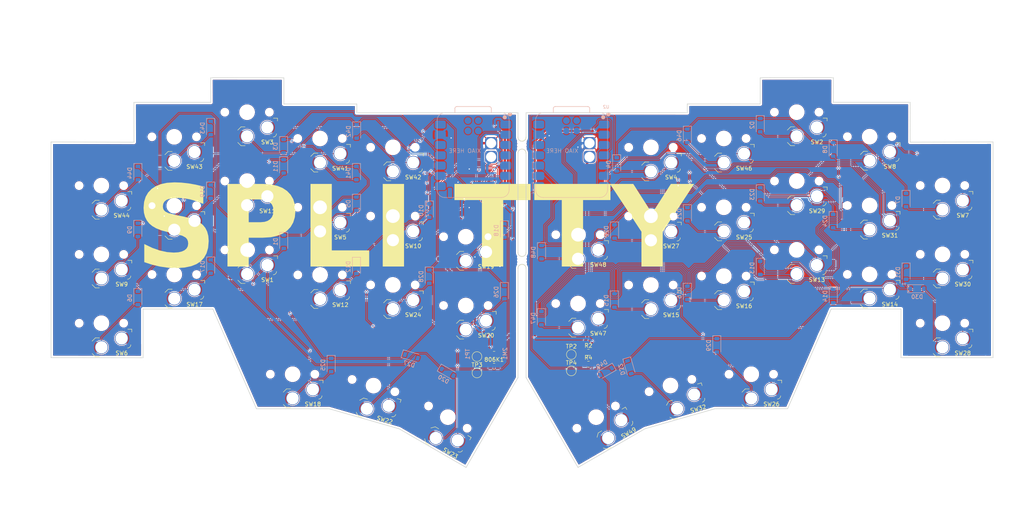
<source format=kicad_pcb>
(kicad_pcb (version 20241229) (generator "pcbnew") (generator_version "9.0")
  (layers (0 "F.Cu" signal) (2 "B.Cu" signal) (13 "F.Paste" user) (15 "B.Paste" user) (5 "F.SilkS" user "F.Silkscreen") (7 "B.SilkS" user "B.Silkscreen") (1 "F.Mask" user) (3 "B.Mask" user) (25 "Edge.Cuts" user))
  (net 0 "")
  (net 1 "/Left/BT_PIN")
  (net 2 "GND")
  (net 3 "/Left/VBAT")
  (net 4 "/Left/ROW0")
  (net 5 "Net-(D1-A)")
  (net 6 "/Right/ROW0")
  (net 7 "Net-(D2-A)")
  (net 8 "Net-(D3-A)")
  (net 9 "Net-(D4-A)")
  (net 10 "Net-(D5-A)")
  (net 11 "Net-(D6-A)")
  (net 12 "Net-(D7-A)")
  (net 13 "Net-(D8-A)")
  (net 14 "Net-(D9-A)")
  (net 15 "/Left/ROW1")
  (net 16 "Net-(D10-A)")
  (net 17 "Net-(D11-A)")
  (net 18 "Net-(D12-A)")
  (net 19 "Net-(D13-A)")
  (net 20 "/Right/ROW1")
  (net 21 "Net-(D14-A)")
  (net 22 "Net-(D15-A)")
  (net 23 "Net-(D16-A)")
  (net 24 "/Left/ROW2")
  (net 25 "Net-(D17-A)")
  (net 26 "Net-(D18-A)")
  (net 27 "Net-(D19-A)")
  (net 28 "Net-(D20-A)")
  (net 29 "Net-(D21-A)")
  (net 30 "/Right/ROW2")
  (net 31 "Net-(D22-A)")
  (net 32 "Net-(D23-A)")
  (net 33 "Net-(D24-A)")
  (net 34 "/Left/ROW3")
  (net 35 "Net-(D27-A)")
  (net 36 "Net-(D28-A)")
  (net 37 "/Right/ROW3")
  (net 38 "Net-(D31-A)")
  (net 39 "Net-(D32-A)")
  (net 40 "/Left/ROW4")
  (net 41 "/Right/ROW4")
  (net 42 "Net-(D41-A)")
  (net 43 "Net-(D42-A)")
  (net 44 "Net-(D43-A)")
  (net 45 "Net-(D44-A)")
  (net 46 "Net-(D46-A)")
  (net 47 "Net-(D47-A)")
  (net 48 "Net-(D48-A)")
  (net 49 "Net-(D49-A)")
  (net 50 "/Right/BT_PIN")
  (net 51 "/Right/VBAT")
  (net 52 "/Left/COL0")
  (net 53 "/Right/COL0")
  (net 54 "/Left/COL1")
  (net 55 "/Right/COL1")
  (net 56 "/Left/COL2")
  (net 57 "/Left/COL3")
  (net 58 "/Right/COL2")
  (net 59 "/Right/COL3")
  (net 60 "/Left/COL4")
  (net 61 "/Right/COL4")
  (net 78 "Net-(D25-A)")
  (net 79 "Net-(D26-A)")
  (net 80 "Net-(D29-A)")
  (net 81 "Net-(D30-A)")
  (footprint "TestPoint:TestPoint_Pad_D2.0mm" (layer "F.Cu") (at 157.33752 117.880862)
    (property "Reference" "TP2")
    (property "Value" "BAT")
  )
  (footprint "TestPoint:TestPoint_Pad_D2.0mm" (layer "F.Cu") (at 134.031074 118.392735)
    (property "Reference" "TP1")
    (property "Value" "BAT")
  )
  (footprint "marbastlib-choc:SW_choc_v1_HS_CPG135001S30_1u" (layer "F.Cu") (at 126.840434 133.352735 -30)
    (property "Reference" "SW23")
    (property "Value" "SW_Push_45deg")
  )
  (footprint "Resistor_SMD:R_0805_2012Metric" (layer "F.Cu") (at 138.261074 117.842735)
    (property "Reference" "2M1")
    (property "Value" "R")
  )
  (footprint "marbastlib-choc:SW_choc_v1_HS_CPG135001S30_1u" (layer "F.Cu") (at 213.007592 58.020862)
    (property "Reference" "SW2")
    (property "Value" "SW_Push_45deg")
  )
  (footprint "TestPoint:TestPoint_Pad_D2.0mm" (layer "F.Cu") (at 157.33752 121.930862)
    (property "Reference" "TP4")
    (property "Value" "GND")
  )
  (footprint "marbastlib-choc:SW_choc_v1_HS_CPG135001S30_1u" (layer "F.Cu") (at 95.273574 81.522735)
    (property "Reference" "SW5")
    (property "Value" "SW_Push_45deg")
  )
  (footprint "marbastlib-choc:SW_choc_v1_HS_CPG135001S30_1u" (layer "F.Cu") (at 41.268574 93.152735)
    (property "Reference" "SW9")
    (property "Value" "SW_Push_45deg")
  )
  (footprint "marbastlib-choc:SW_choc_v1_HS_CPG135001S30_1u" (layer "F.Cu") (at 181.83058 125.546868 16)
    (property "Reference" "SW32")
    (property "Value" "SW_Push_45deg")
  )
  (footprint "marbastlib-choc:SW_choc_v1_HS_CPG135001S30_1u" (layer "F.Cu") (at 88.498574 122.752735)
    (property "Reference" "SW18")
    (property "Value" "SW_Push_45deg")
  )
  (footprint "panelization:mouse-bite-2mm-slot" (layer "F.Cu") (at 145.118 66.158625 90)
    (property "Reference" "H4" (hide yes))
    (property "Value" "break off" (hide yes))
  )
  (footprint "Resistor_SMD:R_0805_2012Metric" (layer "F.Cu") (at 161.56752 120.280862)
    (property "Reference" "R4")
    (property "Value" "R")
  )
  (footprint "Resistor_SMD:R_0805_2012Metric" (layer "F.Cu") (at 161.56752 117.330862)
    (property "Reference" "R2")
    (property "Value" "R")
  )
  (footprint "marbastlib-choc:SW_choc_v1_HS_CPG135001S30_1u" (layer "F.Cu") (at 41.273574 110.152735)
    (property "Reference" "SW6")
    (property "Value" "SW_Push_45deg")
  )
  (footprint "marbastlib-choc:SW_choc_v1_HS_CPG135001S30_1u" (layer "F.Cu") (at 176.997592 100.720862)
    (property "Reference" "SW15")
    (property "Value" "SW_Push_45deg")
  )
  (footprint "marbastlib-choc:SW_choc_v1_HS_CPG135001S30_1u" (layer "F.Cu") (at 177.00752 66.710862)
    (property "Reference" "SW4")
    (property "Value" "SW_Push_45deg")
  )
  (footprint "marbastlib-choc:SW_choc_v1_HS_CPG135001S30_1u" (layer "F.Cu") (at 77.263574 75.042735)
    (property "Reference" "SW11")
    (property "Value" "SW_Push_45deg")
  )
  (footprint "marbastlib-choc:SW_choc_v1_HS_CPG135001S30_1u" (layer "F.Cu") (at 159.00252 88.290862)
    (property "Reference" "SW48")
    (property "Value" "SW_Push_45deg")
  )
  (footprint "marbastlib-choc:SW_choc_v1_HS_CPG135001S30_1u" (layer "F.Cu") (at 195.00752 81.520862)
    (property "Reference" "SW25")
    (property "Value" "SW_Push_45deg")
  )
  (footprint "marbastlib-choc:SW_choc_v1_HS_CPG135001S30_1u" (layer "F.Cu") (at 231.03252 64.070862)
    (property "Reference" "SW8")
    (property "Value" "SW_Push_45deg")
  )
  (footprint "marbastlib-choc:SW_choc_v1_HS_CPG135001S30_1u" (layer "F.Cu") (at 59.273574 98.122735)
    (property "Reference" "SW17")
    (property "Value" "SW_Push_45deg")
  )
  (footprint "marbastlib-choc:SW_choc_v1_HS_CPG135001S30_1u" (layer "F.Cu") (at 59.253574 64.112735)
    (property "Reference" "SW43")
    (property "Value" "SW_Push_45deg")
  )
  (footprint "marbastlib-choc:SW_choc_v1_HS_CPG135001S30_1u" (layer "F.Cu") (at 249.01752 110.150862)
    (property "Reference" "SW28")
    (property "Value" "SW_Push_45deg")
  )
  (footprint "marbastlib-choc:SW_choc_v1_HS_CPG135001S30_1u" (layer "F.Cu") (at 95.283574 98.222735)
    (property "Reference" "SW12")
    (property "Value" "SW_Push_45deg")
  )
  (footprint "marbastlib-choc:SW_choc_v1_HS_CPG135001S30_1u" (layer "F.Cu") (at 77.253574 58.032735)
    (property "Reference" "SW3")
    (property "Value" "SW_Push_45deg")
  )
  (footprint "marbastlib-choc:SW_choc_v1_HS_CPG135001S30_1u" (layer "F.Cu") (at 113.273574 100.692735)
    (property "Reference" "SW24")
    (property "Value" "SW_Push_45deg")
  )
  (footprint "marbastlib-choc:SW_choc_v1_HS_CPG135001S30_1u" (layer "F.Cu") (at 113.273574 66.702735)
    (property "Reference" "SW42")
    (property "Value" "SW_Push_45deg")
  )
  (footprint "panelization:mouse-bite-2mm-slot" (layer "F.Cu") (at 145.158 94.660325 90)
    (property "Reference" "H2" (hide yes))
    (property "Value" "break off" (hide yes))
  )
  (footprint "TestPoint:TestPoint_Pad_D2.0mm" (layer "F.Cu") (at 134.031074 122.442735)
    (property "Reference" "TP3")
    (property "Value" "GND")
  )
  (footprint "marbastlib-choc:SW_choc_v1_HS_CPG135001S30_1u" (layer "F.Cu") (at 195.007592 64.520862)
    (property "Reference" "SW46")
    (property "Value" "SW_Push_45deg")
  )
  (footprint "marbastlib-choc:SW_choc_v1_HS_CPG135001S30_1u" (layer "F.Cu") (at 231.02752 81.073362)
    (property "Reference" "SW31")
    (property "Value" "SW_Push_45deg")
  )
  (footprint "marbastlib-choc:SW_choc_v1_HS_CPG135001S30_1u" (layer "F.Cu") (at 95.273574 64.522735)
    (property "Reference" "SW41")
    (property "Value" "SW_Push_45deg")
  )
  (footprint "marbastlib-choc:SW_choc_v1_HS_CPG135001S30_1u" (layer "F.Cu") (at 131.273574 105.779435)
    (property "Reference" "SW20")
    (property "Value" "SW_Push_45deg")
  )
  (footprint "marbastlib-choc:SW_choc_v1_HS_CPG135001S30_1u" (layer "F.Cu") (at 41.258574 76.162735)
    (property "Reference" "SW44")
    (property "Value" "SW_Push_45deg")
  )
  (footprint "marbastlib-choc:SW_choc_v1_HS_CPG135001S30_1u" (layer "F.Cu") (at 108.476635 125.56673 -16)
    (property "Reference" "SW22")
    (property "Value" "SW_Push_45deg")
  )
  (footprint "marbastlib-choc:SW_choc_v1_HS_CPG135001S30_1u" (layer "F.Cu") (at 212.99752 92.030862)
    (property "Reference" "SW13")
    (property "Value" "SW_Push_45deg")
  )
  (footprint "marbastlib-choc:SW_choc_v1_HS_CPG135001S30_1u" (layer "F.Cu") (at 249.02252 76.138362)
    (property "Reference" "SW7")
    (property "Value" "SW_Push_45deg")
  )
  (footprint "marbastlib-choc:SW_choc_v1_HS_CPG135001S30_1u" (layer "F.Cu") (at 59.273574 81.122735)
    (property "Reference" "SW21")
    (property "Value" "SW_Push_45deg")
  )
  (footprint "marbastlib-choc:SW_choc_v1_HS_CPG135001S30_1u" (layer "F.Cu") (at 177.00066 83.720862)
    (property "Reference" "SW27")
    (property "Value" "SW_Push_45deg")
  )
  (footprint "marbastlib-choc:SW_choc_v1_HS_CPG135001S30_1u" (layer "F.Cu") (at 113.273574 83.692735)
    (property "Reference" "SW10")
    (property "Value" "SW_Push_45deg")
  )
  (footprint "marbastlib-choc:SW_choc_v1_HS_CPG135001S30_1u" (layer "F.Cu") (at 201.78752 122.760862)
    (property "Reference" "SW26")
    (property "Value" "SW_Push_45deg")
  )
  (footprint "marbastlib-choc:SW_choc_v1_HS_CPG135001S30_1u" (layer "F.Cu") (at 213.02752 75.040862)
    (property "Reference" "SW29")
    (property "Value" "SW_Push_45deg")
  )
  (footprint "Resistor_SMD:R_0805_2012Metric" (layer "F.Cu") (at 138.261074 120.792735)
    (property "Reference" "806K1")
    (property "Value" "R")
  )
  (footprint "marbastlib-choc:SW_choc_v1_HS_CPG135001S30_1u" (layer "F.Cu") (at 158.98752 105.290862)
    (property "Reference" "SW47")
    (property "Value" "SW_Push_45deg")
  )
  (footprint "marbastlib-choc:SW_choc_v1_HS_CPG135001S30_1u" (layer "F.Cu") (at 249.03752 93.140862)
    (property "Reference" "SW30")
    (property "Value" "SW_Push_45deg")
  )
  (footprint "marbastlib-choc:SW_choc_v1_HS_CPG135001S30_1u" (layer "F.Cu") (at 231.017592 98.100862)
    (property "Reference" "SW14")
    (property "Value" "SW_Push_45deg")
  )
  (footprint "marbastlib-choc:SW_choc_v1_HS_CPG135001S30_1u" (layer "F.Cu") (at 163.472393 133.353267 30)
    (property "Reference" "SW49")
    (property "Value" "SW_Push_45deg")
  )
  (footprint "marbastlib-choc:SW_choc_v1_HS_CPG135001S30_1u" (layer "F.Cu") (at 131.273574 88.789435)
    (property "Reference" "SW19")
    (property "Value" "SW_Push_45deg")
  )
  (footprint "marbastlib-choc:SW_choc_v1_HS_CPG135001S30_1u" (layer "F.Cu") (at 77.273574 92.052735)
    (property "Reference" "SW1")
    (property "Value" "SW_Push_45deg")
  )
  (footprint "marbastlib-choc:SW_choc_v1_HS_CPG135001S30_1u" (layer "F.Cu") (at 195.007592 98.513362)
    (property "Reference" "SW16")
    (property "Value" "SW_Push_45deg")
  )
  (footprint "Diode_SMD:D_SOD-123" (layer "B.Cu") (at 204.00752 61.233362 -90)
    (property "Reference" "D2")
    (property "Value" "D")
  )
  (footprint "Diode_SMD:D_SOD-123" (layer "B.Cu") (at 117.833574 118.342735 -16)
    (property "Reference" "D27")
    (property "Value" "D")
  )
  (footprint "Diode_SMD:D_SOD-123" (layer "B.Cu") (at 168.54 70.900862 -90)
    (property "Reference" "D4")
    (property "Value" "D")
  )
  (footprint "Diode_SMD:D_SOD-123" (layer "B.Cu") (at 104.263574 73.065235 -90)
    (property "Reference" "D41")
    (property "Value" "D")
  )
  (footprint "Diode_SMD:D_SOD-123" (layer "B.Cu") (at 185.99752 102.653362 -90)
    (property "Reference" "D16")
    (property "Value" "D")
  )
  (footprint "Diode_SMD:D_SOD-123" (layer "B.Cu") (at 122.263574 82.322735 -90)
    (property "Reference" "D10")
    (property "Value" "D")
  )
  (footprint "Diode_SMD:D_SOD-123" (layer "B.Cu") (at 168.00752 87.500862 -90)
    (property "Reference" "D22")
    (property "Value" "D")
  )
  (footprint "Diode_SMD:D_SOD-123" (layer "B.Cu") (at 140.813574 87.242735 -90)
    (property "Reference" "D18")
    (property "Value" "D" (hide yes))
  )
  (footprint "Diode_SMD:D_SOD-123" (layer "B.Cu") (at 68.243574 61.932735 -90)
    (property "Reference" "D43")
    (property "Value" "D")
  )
  (footprint "Diode_SMD:D_SOD-123" (layer "B.Cu") (at 50.273574 103.932735 -90)
    (property "Reference" "D6")
    (property "Value" "D")
  )
  (footprint "Diode_SMD:D_SOD-123" (layer "B.Cu") (at 165.9 122.058362 -150)
    (property "Reference" "D49")
    (property "Value" "D")
  )
  (footprint "Diode_SMD:D_SOD-123" (layer "B.Cu") (at 68.243574 77.642735 -90)
    (property "Reference" "D19")
    (property "Value" "D")
  )
  (footprint "Diode_SMD:D_SOD-123" (layer "B.Cu") (at 222.03752 103.480862 -90)
    (property "Reference" "D14")
    (property "Value" "D")
  )
  (footprint "Diode_SMD:D_SOD-123" (layer "B.Cu") (at 240.02752 97.640862 -90)
    (property "Reference" "D31")
    (property "Value" "D")
  )
  (footprint "Diode_SMD:D_SOD-123" (layer "B.Cu") (at 149.98252 92.620862 -90)
    (property "Reference" "D48")
    (property "Value" "D")
  )
  (footprint "Diode_SMD:D_SOD-123" (layer "B.Cu") (at 186.01752 83.240862 -90)
    (property "Reference" "D21")
    (property "Value" "D")
  )
  (footprint "XIAO_MOD:modified-XIAO-nRF52840-SMD" (layer "B.Cu") (at 133.028074 68.681235 180)
    (property "Reference" "U1" (hide yes))
    (property "Value" "XIAO-nRF52840-SMD")
  )
  (footprint "Diode_SMD:D_SOD-123" (layer "B.Cu") (at 193.27752 115.610862 -90)
    (property "Reference" "D29")
    (property "Value" "D")
  )
  (footprint "Diode_SMD:D_SOD-123" (layer "B.Cu") (at 171.66752 121.020862 -74)
    (property "Reference" "D32")
    (property "Value" "D")
  )
  (footprint "Diode_SMD:D_SOD-123" (layer "B.Cu") (at 104.3 62.788362 -90)
    (property "Reference" "D42")
    (property "Value" "D")
  )
  (footprint "Diode_SMD:D_SOD-123" (layer "B.Cu") (at 149.95752 108.910862 -90)
    (property "Reference" "D47")
    (property "Value" "D")
  )
  (footprint "Diode_SMD:D_SOD-123" (layer "B.Cu") (at 104.263574 96.215235 -90)
    (property "Reference" "D12")
    (property "Value" "D")
  )
  (footprint "Diode_SMD:D_SOD-123" (layer "B.Cu") (at 122.243574 98.632735 -90)
    (property "Reference" "D28")
    (property "Value" "D")
  )
  (footprint "Diode_SMD:D_SOD-123" (layer "B.Cu") (at 204.01752 78.320862 -90)
    (property "Reference" "D23")
    (property "Value" "D")
  )
  (footprint "Diode_SMD:D_SOD-123" (layer "B.Cu") (at 86.273574 71.405235 -90)
    (property "Reference" "D11")
    (property "Value" "D")
  )
  (footprint "Diode_SMD:D_SOD-123" (layer "B.Cu") (at 222.01752 67.230862 -90)
    (property "Reference" "D8")
    (property "Value" "D")
  )
  (footprint "Diode_SMD:D_SOD-123" (layer "B.Cu") (at 68.243574 96.152735 -90)
    (property "Reference" "D17")
    (property "Value" "D")
  )
  (footprint "Diode_SMD:D_SOD-123" (layer "B.Cu") (at 86.263574 66.425235 -90)
    (property "Reference" "D3")
    (property "Value" "D")
  )
  (footprint "Diode_SMD:D_SOD-123" (layer "B.Cu") (at 167.98752 104.540862 -90)
    (property "Reference" "D15")
    (property "Value" "D")
  )
  (footprint "Diode_SMD:D_SOD-123" (layer "B.Cu") (at 242.75752 101.640862)
    (property "Reference" "D30")
    (property "Value" "D")
  )
  (footprint "Diode_SMD:D_SOD-123" (layer "B.Cu") (at 86.293574 90.045235 -90)
    (property "Reference" "D1")
    (property "Value" "D")
  )
  (footprint "Diode_SMD:D_SOD-123" (layer "B.Cu") (at 222.01752 84.930862 -90)
    (property "Reference" "D24")
    (property "Value" "D")
  )
  (footprint "Diode_SMD:D_SOD-123" (layer "B.Cu") (at 98.013574 120.475235 -90)
    (property "Reference" "D25")
    (property "Value" "D")
  )
  (footprint "Diode_SMD:D_SOD-123" (layer "B.Cu") (at 50.283574 73.072735 -90)
    (property "Reference" "D44")
    (property "Value" "D")
  )
  (footprint "Diode_SMD:D_SOD-123" (layer "B.Cu") (at 140.813574 102.472735 -90)
    (property "Reference" "D26")
    (property "Value" "D" (hide yes))
  )
  (footprint "Diode_SMD:D_SOD-123" (layer "B.Cu") (at 104.263574 80.642735 -90)
    (property "Reference" "D5")
    (property "Value" "D")
  )
  (footprint "XIAO_MOD:modified-XIAO-nRF52840-SMD" (layer "B.Cu") (at 157.33752 68.680862 180)
    (property "Reference" "U2")
    (property "Value" "XIAO-nRF52840-SMD")
  )
  (footprint "Diode_SMD:D_SOD-123" (layer "B.Cu") (at 204.007448 96.503362 -90)
    (property "Reference" "D13")
    (property "Value" "D")
  )
  (footprint "Diode_SMD:D_SOD-123" (layer "B.Cu") (at 240.01752 79.720862 -90)
    (property "Reference" "D7")
    (property "Value" "D")
  )
  (footprint "Diode_SMD:D_SOD-123" (layer "B.Cu") (at 126.763574 122.292735 -30)
    (property "Reference" "D20")
    (property "Value" "D")
  )
  (footprint "Diode_SMD:D_SOD-123" (layer "B.Cu") (at 186.00752 63.843362 -90)
    (property "Reference" "D46")
    (property "Value" "D")
  )
  (footprint "Diode_SMD:D_SOD-123" (layer "B.Cu") (at 50.263574 87.092735 -90)
    (property "Reference" "D9")
    (property "Value" "D")
  )
  (gr_line (start 51.563 118.684814) (end 51.563 106.654814) (stroke (width 0.15)) (layer "Edge.Cuts"))
  (gr_line (start 238.77 118.674402) (end 261.497112 118.674402) (stroke (width 0.15)) (layer "Edge.Cuts"))
  (gr_line (start 28.825338 65.388362) (end 28.835712 118.658217) (stroke (width 0.15)) (layer "Edge.Cuts"))
  (gr_line (start 203.998283 49.525738) (end 203.998283 55.995945) (stroke (width 0.15)) (layer "Edge.Cuts"))
  (gr_line (start 144.16333 68.138657) (end 144.163 92.680363) (stroke (width 0.15)) (layer "Edge.Cuts"))
  (gr_line (start 49.313496 65.449675) (end 49.299681 55.590794) (stroke (width 0.15)) (layer "Edge.Cuts"))
  (gr_line (start 144.163 64.228362) (end 144.163 58.168541) (stroke (width 0.15)) (layer "Edge.Cuts"))
  (gr_line (start 241.019504 65.439263) (end 241.033319 55.580382) (stroke (width 0.15)) (layer "Edge.Cuts"))
  (gr_line (start 241.019504 65.439263) (end 261.507662 65.37795) (stroke (width 0.15)) (layer "Edge.Cuts"))
  (gr_line (start 238.77 118.674402) (end 238.77 106.644402) (stroke (width 0.15)) (layer "Edge.Cuts"))
  (gr_line (start 68.292855 55.590794) (end 68.272289 49.518286) (stroke (width 0.15)) (layer "Edge.Cuts"))
  (gr_line (start 86.334717 49.53615) (end 68.272289 49.518286) (stroke (width 0.15)) (layer "Edge.Cuts"))
  (gr_line (start 192.818283 131.274402) (end 175.528283 136.224402) (stroke (width 0.15)) (layer "Edge.Cuts"))
  (gr_arc (start 144.17033 96.578394) (mid 145.169984 95.578692) (end 146.16967 96.578362) (stroke (width 0.15)) (layer "Edge.Cuts"))
  (gr_line (start 86.334717 49.53615) (end 86.334717 56.006357) (stroke (width 0.15)) (layer "Edge.Cuts"))
  (gr_line (start 210.768283 131.274402) (end 192.818283 131.274402) (stroke (width 0.15)) (layer "Edge.Cuts"))
  (gr_line (start 51.563 106.654814) (end 68.796569 106.654814) (stroke (width 0.15)) (layer "Edge.Cuts"))
  (gr_line (start 146.163 68.138625) (end 146.163 92.688362) (stroke (width 0.15)) (layer "Edge.Cuts"))
  (gr_line (start 104.354717 56.004797) (end 86.334717 56.006357) (stroke (width 0.15)) (layer "Edge.Cuts"))
  (gr_line (start 131.348752 145.786294) (end 144.163 123.591364) (stroke (width 0.15)) (layer "Edge.Cuts"))
  (gr_line (start 238.77 106.644402) (end 221.536431 106.644402) (stroke (width 0.15)) (layer "Edge.Cuts"))
  (gr_arc (start 146.17 64.228362) (mid 145.17 65.228362) (end 144.17 64.228362) (stroke (width 0.15)) (layer "Edge.Cuts"))
  (gr_arc (start 144.16333 68.138657) (mid 145.162984 67.138955) (end 146.16267 68.138625) (stroke (width 0.15)) (layer "Edge.Cuts"))
  (gr_line (start 241.033319 55.580382) (end 222.040145 55.580382) (stroke (width 0.15)) (layer "Edge.Cuts"))
  (gr_line (start 144.163 58.168541) (end 104.354717 58.181429) (stroke (width 0.15)) (layer "Edge.Cuts"))
  (gr_line (start 49.313496 65.449675) (end 28.825338 65.388362) (stroke (width 0.15)) (layer "Edge.Cuts"))
  (gr_line (start 79.564717 131.284814) (end 97.514717 131.284814) (stroke (width 0.15)) (layer "Edge.Cuts"))
  (gr_line (start 146.17 64.228362) (end 146.17 58.158129) (stroke (width 0.15)) (layer "Edge.Cuts"))
  (gr_line (start 51.563 118.684814) (end 28.835712 118.658217) (stroke (width 0.15)) (layer "Edge.Cuts"))
  (gr_line (start 144.17033 96.5784) (end 144.163 123.591364) (stroke (width 0.15)) (layer "Edge.Cuts"))
  (gr_line (start 79.564717 131.284814) (end 68.796569 106.654814) (stroke (width 0.15)) (layer "Edge.Cuts"))
  (gr_line (start 104.354717 56.004797) (end 104.354717 58.181429) (stroke (width 0.15)) (layer "Edge.Cuts"))
  (gr_line (start 210.768283 131.274402) (end 221.536431 106.644402) (stroke (width 0.15)) (layer "Edge.Cuts"))
  (gr_line (start 261.507662 65.37795) (end 261.497112 118.674402) (stroke (width 0.15)) (layer "Edge.Cuts"))
  (gr_line (start 175.528283 136.224402) (end 158.984248 145.775882) (stroke (width 0.15)) (layer "Edge.Cuts"))
  (gr_line (start 203.998283 49.525738) (end 222.060711 49.507874) (stroke (width 0.15)) (layer "Edge.Cuts"))
  (gr_line (start 185.978283 55.994385) (end 203.998283 55.995945) (stroke (width 0.15)) (layer "Edge.Cuts"))
  (gr_line (start 146.17 58.158129) (end 185.978283 58.171017) (stroke (width 0.15)) (layer "Edge.Cuts"))
  (gr_line (start 222.040145 55.580382) (end 222.060711 49.507874) (stroke (width 0.15)) (layer "Edge.Cuts"))
  (gr_line (start 114.804717 136.234814) (end 131.348752 145.786294) (stroke (width 0.15)) (layer "Edge.Cuts"))
  (gr_line (start 49.299681 55.590794) (end 68.292855 55.590794) (stroke (width 0.15)) (layer "Edge.Cuts"))
  (gr_line (start 158.984248 145.775882) (end 146.17 123.580952) (stroke (width 0.15)) (layer "Edge.Cuts"))
  (gr_line (start 146.17 96.578362) (end 146.17 123.580952) (stroke (width 0.15)) (layer "Edge.Cuts"))
  (gr_line (start 185.978283 55.994385) (end 185.978283 58.171017) (stroke (width 0.15)) (layer "Edge.Cuts"))
  (gr_line (start 97.514717 131.284814) (end 114.804717 136.234814) (stroke (width 0.15)) (layer "Edge.Cuts"))
  (gr_arc (start 146.163 92.680363) (mid 145.163 93.680363) (end 144.163 92.680363) (stroke (width 0.15)) (layer "Edge.Cuts"))
  (gr_text "SPLI TTY" (at 49.67 99.548362 0) (layer "F.SilkS") (effects (font (size 20 20) (thickness 2.5)) (justify left bottom)))
  (gr_text "XIAO HERE" (at 135.09 68.158625 0) (layer "B.SilkS") (effects (font (size 1 1) (thickness 0.1)) (justify left bottom mirror)))
  (gr_text "XIAO HERE" (at 159.13 68.158625 0) (layer "B.SilkS") (effects (font (size 1 1) (thickness 0.1)) (justify left bottom mirror)))
  (segment (start 150.31752 90.180862) (end 150.31752 90.219862) (width 0.2) (layer "B.Cu") (net 0))
  (segment (start 150.31752 90.219862) (end 149.98252 90.219862) (width 0.2) (layer "B.Cu") (net 0))
  (segment (start 140.913574 63.892735) (end 138.433574 61.412735) (width 0.6) (layer "F.Cu") (net 1))
  (segment (start 137.348574 117.842735) (end 143.33 111.861309) (width 0.6) (layer "F.Cu") (net 1))
  (segment (start 143.33 89.828362) (end 142.71 89.208362) (width 0.6) (layer "F.Cu") (net 1))
  (segment (start 139.173574 120.792735) (end 139.173574 119.667735) (width 0.6) (layer "F.Cu") (net 1))
  (segment (start 140.913574 81.002735) (end 140.913574 63.892735) (width 0.6) (layer "F.Cu") (net 1))
  (segment (start 139.173574 119.667735) (end 137.348574 117.842735) (width 0.6) (layer "F.Cu") (net 1))
  (segment (start 143.33 111.861309) (end 143.33 89.828362) (width 0.6) (layer "F.Cu") (net 1))
  (via (at 138.433574 61.412735) (size 0.6) (drill 0.3) (layers "F.Cu" "B.Cu") (net 1))
  (via (at 142.71 89.208362) (size 0.6) (drill 0.3) (layers "F.Cu" "B.Cu") (net 1))
  (via (at 140.913574 81.002735) (size 0.6) (drill 0.3) (layers "F.Cu" "B.Cu") (net 1))
  (segment (start 142.783574 89.134788) (end 142.783574 82.872735) (width 0.6) (layer "B.Cu") (net 1))
  (segment (start 138.813574 59.702735) (end 139.779574 59.702735) (width 0.6) (layer "B.Cu") (net 1))
  (segment (start 138.433574 61.412735) (end 138.433574 60.082735) (width 0.6) (layer "B.Cu") (net 1))
  (segment (start 142.783574 82.872735) (end 140.913574 81.002735) (width 0.6) (layer "B.Cu") (net 1))
  (segment (start 142.71 89.208362) (end 142.783574 89.134788) (width 0.6) (layer "B.Cu") (net 1))
  (segment (start 139.779574 59.702735) (end 141.138074 61.061235) (width 0.6) (layer "B.Cu") (net 1))
  (segment (start 138.433574 60.082735) (end 138.813574 59.702735) (width 0.6) (layer "B.Cu") (net 1))
  (segment (start 156.14752 63.830862) (end 151.87752 63.830862) (width 0.6) (layer "F.Cu") (net 2))
  (segment (start 141.344574 110.891857) (end 141.344574 97.783735) (width 0.6) (layer "F.Cu") (net 2))
  (segment (start 158.055125 103.039862) (end 153.93152 98.916257) (width 0.6) (layer "F.Cu") (net 2))
  (segment (start 153.91652 107.178467) (end 158.055125 103.039862) (width 0.6) (layer "F.Cu") (net 2))
  (segment (start 134.031074 122.442735) (end 132.530074 120.941735) (width 0.6) (layer "F.Cu") (net 2))
  (segment (start 157.33752 121.930862) (end 153.91652 118.509862) (width 0.6) (layer "F.Cu") (net 2))
  (segment (start 160.83002 121.930862) (end 157.33752 121.930862) (width 0.6) (layer "F.Cu") (net 2))
  (segment (start 153.91652 118.509862) (end 153.91652 107.178467) (width 0.6) (layer "F.Cu") (net 2))
  (segment (start 129.353574 75.322735) (end 130.343574 74.332735) (width 0.6) (layer "F.Cu") (net 2))
  (segment (start 141.344574 97.783735) (end 139.713574 96.152735) (width 0.6) (layer "F.Cu") (net 2))
  (segment (start 128.942074 65.681235) (end 127.653574 64.392735) (width 0.6) (layer "F.Cu") (net 2))
  (segment (start 159.83652 67.681862) (end 161.83752 65.680862) (width 0.6) (layer "F.Cu") (net 2))
  (segment (start 153.93152 90.178467) (end 159.83652 84.273467) (width 0.6) (layer "F.Cu") (net 2))
  (segment (start 158.96752 66.650862) (end 156.14752 63.830862) (width 0.6) (layer "F.Cu") (net 2))
  (segment (start 132.530074 120.941735) (end 132.530074 116.314909) (width 0.6) (layer "F.Cu") (net 2))
  (segment (start 133.533574 83.002735) (end 132.123574 81.592735) (width 0.6) (layer "F.Cu") (net 2))
  (segment (start 132.133574 72.542735) (end 132.133574 72.062735) (width 0.6) (layer "F.Cu") (net 2))
  (segment (start 130.343574 74.332735) (end 132.133574 72.542735) (width 0.6) (layer "F.Cu") (net 2))
  (segment (start 132.530074 116.314909) (end 135.921522 116.314909) (width 0.6) (layer "F.Cu") (net 2))
  (segment (start 133.533574 93.782735) (end 133.533574 83.002735) (width 0.6) (layer "F.Cu") (net 2))
  (segment (start 140.187074 121.560737) (end 140.187074 118.856235) (width 0.6) (layer "F.Cu") (net 2))
  (segment (start 153.93152 98.916257) (end 153.93152 90.178467) (width 0.6) (layer "F.Cu") (net 2))
  (segment (start 140.187074 118.856235) (end 139.173574 117.842735) (width 0.6) (layer "F.Cu") (net 2))
  (segment (start 162.48002 120.280862) (end 160.83002 121.930862) (width 0.6) (layer "F.Cu") (net 2))
  (segment (start 135.921522 116.314909) (end 141.344574 110.891857) (width 0.6) (layer "F.Cu") (net 2))
  (segment (start 134.031074 122.442735) (end 139.305076 122.442735) (width 0.6) (layer "F.Cu") (net 2))
  (segment (start 139.305076 122.442735) (end 140.187074 121.560737) (width 0.6) (layer "F.Cu") (net 2))
  (segment (start 159.83652 84.273467) (end 159.83652 67.681862) (width 0.6) (layer "F.Cu") (net 2))
  (segment (start 137.528074 65.681235) (end 128.942074 65.681235) (width 0.6) (layer "F.Cu") (net 2))
  (via (at 132.133574 72.062735) (size 0.6) (drill 0.3) (layers "F.Cu" "B.Cu") (net 2))
  (via (at 158.96752 66.650862) (size 0.6) (drill 0.3) (layers "F.Cu" "B.Cu") (net 2))
  (via (at 133.533574 93.782735) (size 0.6) (drill 0.3) (layers "F.Cu" "B.Cu") (net 2))
  (via (at 127.653574 64.392735) (size 0.6) (drill 0.3) (layers "F.Cu" "B.Cu") (net 2))
  (via (at 151.87752 63.830862) (size 0.6) (drill 0.3) (layers "F.Cu" "B.Cu") (net 2))
  (via (at 139.713574 96.152735) (size 0.6) (drill 0.3) (layers "F.Cu" "B.Cu") (net 2))
  (via (at 132.123574 81.592735) (size 0.6) (drill 0.3) (layers "F.Cu" "B.Cu") (net 2))
  (via (at 129.353574 75.322735) (size 0.6) (drill 0.3) (layers "F.Cu" "B.Cu") (net 2))
  (segment (start 127.653574 64.392735) (end 125.764574 64.392735) (width 0.6) (layer "B.Cu") (net 2))
  (segment (start 135.903574 96.152735) (end 133.533574 93.782735) (width 0.6) (layer "B.Cu") (net 2))
  (segment (start 132.123574 78.092735) (end 129.353574 75.322735) (width 0.6) (layer "B.Cu") (net 2))
  (segment (start 134.85536 73.093735) (end 135.527074 72.422021) (width 0.6) (layer "B.Cu") (net 2))
  (segment (start 133.164574 73.093735) (end 134.85536 73.093735) (width 0.6) (layer "B.Cu") (net 2))
  (segment (start 135.527074 67.682235) (end 137.528074 65.681235) (width 0.6) (layer "B.Cu") (net 2))
  (segment (start 159.93752 65.680862) (end 158.96752 66.650862) (width 0.6) (layer "B.Cu") (net 2))
  (segment (start 132.123574 81.592735) (end 132.123574 78.092735) (width 0.6) (layer "B.Cu") (net 2))
  (segment (start 161.83752 65.680862) (end 159.93752 65.680862) (width 0.6) (layer "B.Cu") (net 2))
  (segment (start 151.87752 63.830862) (end 149.51252 63.830862) (width 0.6) (layer "B.Cu") (net 2))
  (segment (start 125.764574 64.392735) (end 124.973074 63.601235) (width 0.6) (layer "B.Cu") (net 2))
  (segment (start 135.527074 72.422021) (end 135.527074 67.682235) (width 0.6) (layer "B.Cu") (net 2))
  (segment (start 132.133574 72.062735) (end 133.164574 73.093735) (width 0.6) (layer "B.Cu") (net 2))
  (segment (start 149.51252 63.830862) (end 149.28252 63.600862) (width 0.6) (layer "B.Cu") (net 2))
  (segment (start 139.713574 96.152735) (end 135.903574 96.152735) (width 0.6) (layer "B.Cu") (net 2))
  (segment (start 158.96752 66.650862) (end 158.95752 66.650862) (width 0.6) (layer "B.Cu") (net 2))
  (segment (start 134.031074 118.392735) (end 134.948574 118.392735) (width 0.6) (layer "F.Cu") (net 3))
  (segment (start 134.031074 118.392735) (end 134.975068 118.392735) (width 0.6) (layer "F.Cu") (net 3))
  (segment (start 133.524574 103.423857) (end 124.372574 94.271857) (width 0.6) (layer "F.Cu") (net 3))
  (segment (start 133.524574 110.661735) (end 133.524574 103.423857) (width 0.6) (layer "F.Cu") (net 3))
  (segment (start 124.372574 94.271857) (end 127.174574 91.469857) (width 0.6) (layer "F.Cu") (net 3))
  (segment (start 136.943574 113.352735) (end 136.863574 113.352735) (width 0.6) (layer "F.Cu") (net 3))
  (segment (start 130.873574 79.392735) (end 130.873574 77.522735) (width 0.6) (layer "F.Cu") (net 3))
  (segment (start 138.383574 73.182735) (end 138.473574 73.092735) (width 0.6) (layer "F.Cu") (net 3))
  (segment (start 133.453574 110.732735) (end 133.524574 110.661735) (width 0.6) (layer "F.Cu") (net 3))
  (segment (start 127.174574 87.131735) (end 130.323574 83.982735) (width 0.6) (layer "F.Cu") (net 3))
  (segment (start 130.873574 77.522735) (end 132.893574 75.502735) (width 0.6) (layer "F.Cu") (net 3))
  (segment (start 136.863574 113.352735) (end 135.463574 111.952735) (width 0.6) (layer "F.Cu") (net 3))
  (segment (start 134.975068 118.392735) (end 137.399321 115.968482) (width 0.6) (layer "F.Cu") (net 3))
  (segment (start 134.948574 118.392735) (end 137.348574 120.792735) (width 0.6) (layer "F.Cu") (net 3))
  (segment (start 127.174574 91.469857) (end 127.174574 87.131735) (width 0.6) (layer "F.Cu") (net 3))
  (segment (start 138.383574 75.202735) (end 138.383574 73.182735) (width 0.6) (layer "F.Cu") (net 3))
  (via (at 135.463574 111.952735) (size 0.6) (drill 0.3) (layers "F.Cu" "B.Cu") (net 3))
  (via (at 130.873574 79.392735) (size 0.6) (drill 0.3) (layers "F.Cu" "B.Cu") (net 3))
  (via (at 132.893574 75.502735) (size 0.6) (drill 0.3) (layers "F.Cu" "B.Cu") (net 3))
  (via (at 133.453574 110.732735) (size 0.6) (drill 0.3) (layers "F.Cu" "B.Cu") (net 3))
  (via (at 138.473574 73.092735) (size 0.6) (drill 0.3) (layers "F.Cu" "B.Cu") (net 3))
  (via (at 137.399321 115.968482) (size 0.6) (drill 0.3) (layers "F.Cu" "B.Cu") (net 3))
  (via (at 130.323574 83.982735) (size 0.6) (drill 0.3) (layers "F.Cu" "B.Cu") (net 3))
  (via (at 138.383574 75.202735) (size 0.6) (drill 0.3) (layers "F.Cu" "B.Cu") (net 3))
  (via (at 136.943574 113.352735) (size 0.6) (drill 0.3) (layers "F.Cu" "B.Cu") (net 3))
  (segment (start 137.399321 115.968482) (end 137.399321 113.808482) (width 0.6) (layer "B.Cu") (net 3))
  (segment (start 137.399321 113.808482) (end 136.943574 113.352735) (width 0.6) (layer "B.Cu") (net 3))
  (segment (start 132.893574 75.502735) (end 138.083574 75.502735) (width 0.6) (layer "B.Cu") (net 3))
  (segment (start 138.473574 73.092735) (end 138.390788 73.092735) (width 0.6) (layer "B.Cu") (net 3))
  (segment (start 138.390788 73.092735) (end 138.323288 73.160235) (width 0.6) (layer "B.Cu") (net 3))
  (segment (start 130.323574 79.942735) (end 130.873574 79.392735) (width 0.6) (layer "B.Cu") (net 3))
  (segment (start 136.55 72.738362) (end 136.55 71.128362) (width 0.6) (layer "B.Cu") (net 3))
  (segment (start 136.55 71.128362) (end 137.528074 70.150288) (width 0.6) (layer "B.Cu") (net 3))
  (segment (start 136.971873 73.160235) (end 136.55 72.738362) (width 0.6) (layer "B.Cu") (net 3))
  (segment (start 135.463574 111.952735) (end 134.673574 111.952735) (width 0.6) (layer "B.Cu") (net 3))
  (segment (start 134.673574 111.952735) (end 133.453574 110.732735) (width 0.6) (layer "B.Cu") (net 3))
  (segment (start 137.528074 70.150288) (end 137.528074 69.081235) (width 0.6) (layer "B.Cu") (net 3))
  (segment (start 130.323574 83.982735) (end 130.323574 79.942735) (width 0.6) (layer "B.Cu") (net 3))
  (segment (start 138.323288 73.160235) (end 136.971873 73.160235) (width 0.6) (layer "B.Cu") (net 3))
  (segment (start 138.083574 75.502735) (end 138.383574 75.202735) (width 0.6) (layer "B.Cu") (net 3))
  (segment (start 89.528238 66.3766) (end 88.32 65.168362) (width 0.2) (layer "F.Cu") (net 4))
  (segment (start 91.288238 66.3766) (end 89.528238 66.3766) (width 0.2) (layer "F.Cu") (net 4))
  (via (at 91.288238 66.3766) (size 0.6) (drill 0.3) (layers "F.Cu" "B.Cu") (net 4))
  (via (at 88.32 65.168362) (size 0.6) (drill 0.3) (layers "F.Cu" "B.Cu") (net 4))
  (segment (start 99.265522 71.415235) (end 95.298649 67.448362) (width 0.2) (layer "B.Cu") (net 4))
  (segment (start 103.753717 58.181624) (end 103.753717 58.430371) (width 0.2) (layer "B.Cu") (net 4))
  (segment (start 104.356153 58.782429) (end 104.603659 58.782429) (width 0.2) (layer "B.Cu") (net 4))
  (segment (start 103.753636 57.932682) (end 103.753717 58.181624) (width 0.2) (layer "B.Cu") (net 4))
  (segment (start 88.32 65.168362) (end 87.926873 64.775235) (width 0.2) (layer "B.Cu") (net 4))
  (segment (start 93.150447 57.888362) (end 103.753717 57.888362) (width 0.2) (layer "B.Cu") (net 4))
  (segment (start 104.263574 71.415235) (end 99.265522 71.415235) (width 0.2) (layer "B.Cu") (net 4))
  (segment (start 103.929884 58.606538) (end 104.105775 58.782429) (width 0.2) (layer "B.Cu") (net 4))
  (segment (start 104.263574 71.415235) (end 105.164574 72.316235) (width 0.2) (layer "B.Cu") (net 4))
  (segment (start 86.606074 64.775235) (end 86.263574 64.775235) (width 0.2) (layer "B.Cu") (net 4))
  (segment (start 105.164574 72.702936) (end 107.16 74.698362) (width 0.2) (layer "B.Cu") (net 4))
  (segment (start 104.603739 58.782349) (end 115.293987 58.782349) (width 0.2) (layer "B.Cu") (net 4))
  (segment (start 104.603659 58.782429) (end 104.603739 58.782349) (width 0.2) (layer "B.Cu") (net 4))
  (segment (start 60.43 58.288362) (end 55.734574 62.983788) (width 0.2) (layer "B.Cu") (net 4))
  (segment (start 123.297074 66.980293) (end 123.759016 67.442235) (width 0.2) (layer "B.Cu") (net 4))
  (segment (start 55.734574 62.983788) (end 55.734574 94.463265) (width 0.2) (layer "B.Cu") (net 4))
  (segment (start 91.511074 88.395235) (end 86.293574 88.395235) (width 0.2) (layer "B.Cu") (net 4))
  (segment (start 77.129544 88.395235) (end 70.040674 81.306365) (width 0.2) (layer "B.Cu") (net 4))
  (segment (start 104.10597 58.78251) (end 104.356153 58.782429) (width 0.2) (layer "B.Cu") (net 4))
  (segment (start 123.297074 66.785436) (end 123.297074 66.980293) (width 0.2) (layer "B.Cu") (net 4))
  (segment (start 123.759016 67.442235) (end 123.953873 67.442235) (width 0.2) (layer "B.Cu") (net 4))
  (segment (start 103.753717 57.932601) (end 103.753636 57.932682) (width 0.2) (layer "B.Cu") (net 4))
  (segment (start 93.424373 66.442735) (end 91.354373 66.442735) (width 0.2) (layer "B.Cu") (net 4))
  (segment (start 103.753798 58.430452) (end 103.753798 58.430566) (width 0.2) (layer "B.Cu") (net 4))
  (segment (start 105.164574 72.316235) (end 105.164574 72.702936) (width 0.2) (layer "B.Cu") (net 4))
  (segment (start 123.953873 67.442235) (end 124.973074 68.461436) (width 0.2) (layer "B.Cu") (net 4))
  (segment (start 94.43 67.448362) (end 93.424373 66.442735) (width 0.2) (layer "B.Cu") (net 4))
  (segment (start 104.263574 78.992735) (end 100.913574 78.992735) (width 0.2) (layer "B.Cu") (net 4))
  (segment (start 68.52 58.288362) (end 60.43 58.288362) (width 0.2) (layer "B.Cu") (net 4))
  (segment (start 87.926873 64.775235) (end 86.263574 64.775235) (width 0.2) (layer "B.Cu") (net 4))
  (segment (start 107.16 74.698362) (end 107.16 76.096309) (width 0.2) (layer "B.Cu") (net 4))
  (segment (start 70.040674 59.809036) (end 68.52 58.288362) (width 0.2) (layer "B.Cu") (net 4))
  (segment (start 104.105775 58.782429) (end 104.105889 58.782429) (width 0.2) (layer "B.Cu") (net 4))
  (segment (start 104.105889 58.782429) (end 104.10597 58.78251) (width 0.2) (layer "B.Cu") (net 4))
  (segment (start 86.263574 64.775235) (end 93.150447 57.888362) (width 0.2) (layer "B.Cu") (net 4))
  (segment (start 70.040674 81.306365) (end 70.040674 59.809036) (width 0.2) (layer "B.Cu") (net 4))
  (segment (start 103.753798 58.430566) (end 103.929884 58.606538) (width 0.2) (layer "B.Cu") (net 4))
  (segment (start 103.753717 57.888362) (end 103.753717 57.932601) (width 0.2) (layer "B.Cu") (net 4))
  (segment (start 107.16 76.096309) (end 104.263574 78.992735) (width 0.2) (layer "B.Cu") (net 4))
  (segment (start 115.293987 58.782349) (end 123.297074 66.785436) (width 0.2) (layer "B.Cu") (net 4))
  (segment (start 50.273574 99.924265) (end 50.273574 102.282735) (width 0.2) (layer "B.Cu") (net 4))
  (segment (start 103.753717 58.430371) (end 103.753798 58.430452) (width 0.2) (layer "B.Cu") (net 4))
  (segment (start 95.298649 67.448362) (end 94.43 67.448362) (width 0.2) (layer "B.Cu") (net 4))
  (segment (start 86.293574 88.395235) (end 77.129544 88.395235) (width 0.2) (layer "B.Cu") (net 4))
  (segment (start 91.354373 66.442735) (end 91.288238 66.3766) (width 0.2) (layer "B.Cu") (net 4))
  (segment (start 100.913574 78.992735) (end 91.511074 88.395235) (width 0.2) (layer "B.Cu") (net 4))
  (segment (start 124.973074 68.461436) (end 124.973074 68.681235) (width 0.2) (layer "B.Cu") (net 4))
  (segment (start 55.734574 94.463265) (end 50.273574 99.924265) (width 0.2) (layer "B.Cu") (net 4))
  (segment (start 77.273574 98.002735) (end 77.273574 96.734788) (width 0.2) (layer "B.Cu") (net 5))
  (segment (start 80.68 93.328362) (end 84.660447 93.328362) (width 0.2) (layer "B.Cu") (net 5))
  (segment (start 77.273574 96.734788) (end 80.68 93.328362) (width 0.2) (layer "B.Cu") (net 5))
  (segment (start 84.660447 93.328362) (end 86.293574 91.695235) (width 0.2) (layer "B.Cu") (net 5))
  (segment (start 147.347235 58.764598) (end 147.347235 66.745577) (width 0.2) (layer "B.Cu") (net 6))
  (segment (start 211.379223 59.583362) (end 204.00752 59.583362) (width 0.2) (layer "B.Cu") (net 6))
  (segment (start 186.00752 62.193362) (end 172.015 62.193362) (width 0.2) (layer "B.Cu") (net 6))
  (segment (start 168.02752 59.150862) (end 167.642755 58.766097) (width 0.2) (layer "B.Cu") (net 6))
  (segment (start 163.063476 58.764598) (end 147.347235 58.764598) (width 0.2) (layer "B.Cu") (net 6))
  (segment (start 229.4925 65.580862) (end 222.01752 65.580862) (width 0.2) (layer "B.Cu") (net 6))
  (segment (start 172.015 62.193362) (end 168.54 65.668362) (width 0.2) (layer "B.Cu") (net 6))
  (segment (start 240.01752 78.070862) (end 240.01752 76.279159) (width 0.2) (layer "B.Cu") (net 6))
  (segment (start 217.376723 65.580862) (end 211.379223 59.583362) (width 0.2) (layer "B.Cu") (net 6))
  (segment (start 234.2 70.288362) (end 229.4925 65.580862) (width 0.2) (layer "B.Cu") (net 6))
  (segment (start 168.01252 68.723382) (end 168.01252 60.975862) (width 0.2) (layer "B.Cu") (net 6))
  (segment (start 163.06363 58.764752) (end 163.063476 58.764598) (width 0.2) (layer "B.Cu") (net 6))
  (segment (start 147.347235 66.745577) (end 149.28252 68.680862) (width 0.2) (layer "B.Cu") (net 6))
  (segment (start 168.54 65.668362) (end 168.54 69.250862) (width 0.2) (layer "B.Cu") (net 6))
  (segment (start 234.2 70.461639) (end 234.2 70.288362) (width 0.2) (layer "B.Cu") (net 6))
  (segment (start 240.01752 76.279159) (end 234.2 70.461639) (width 0.2) (layer "B.Cu") (net 6))
  (segment (start 168.54 69.250862) (end 168.01252 68.723382) (width 0.2) (layer "B.Cu") (net 6))
  (segment (start 167.642755 58.766097) (end 167.307382 58.766097) (width 0.2) (layer "B.Cu") (net 6))
  (segment (start 167.307382 58.766097) (end 163.06363 58.764752) (width 0.2) (layer "B.Cu") (net 6))
  (segment (start 204.00752 59.583362) (end 188.61752 59.583362) (width 0.2) (layer "B.Cu") (net 6))
  (segment (start 188.61752 59.583362) (end 186.00752 62.193362) (width 0.2) (layer "B.Cu") (net 6))
  (segment (start 168.02752 60.960862) (end 168.02752 59.150862) (width 0.2) (layer "B.Cu") (net 6))
  (segment (start 222.01752 65.580862) (end 217.376723 65.580862) (width 0.2) (layer "B.Cu") (net 6))
  (segment (start 168.01252 60.975862) (end 168.02752 60.960862) (width 0.2) (layer "B.Cu") (net 6))
  (segment (start 213.007592 63.970862) (end 205.09502 63.970862) (width 0.2) (layer "B.Cu") (net 7))
  (segment (start 205.09502 63.970862) (end 204.00752 62.883362) (width 0.2) (layer "B.Cu") (net 7))
  (segment (start 86.263574 68.075235) (end 81.346074 68.075235) (width 0.2) (layer "B.Cu") (net 8))
  (segment (start 81.346074 68.075235) (end 77.253574 63.982735) (width 0.2) (layer "B.Cu") (net 8))
  (segment (start 168.65 72.660862) (end 168.54 72.550862) (width 0.2) (layer "B.Cu") (net 9))
  (segment (start 177.00752 72.660862) (end 168.65 72.660862) (width 0.2) (layer "B.Cu") (net 9))
  (segment (start 95.273574 87.472735) (end 99.424574 83.321735) (width 0.2) (layer "B.Cu") (net 10))
  (segment (start 103.234574 83.321735) (end 104.263574 82.292735) (width 0.2) (layer "B.Cu") (net 10))
  (segment (start 99.424574 83.321735) (end 103.234574 83.321735) (width 0.2) (layer "B.Cu") (net 10))
  (segment (start 49.343574 105.582735) (end 50.273574 105.582735) (width 0.2) (layer "B.Cu") (net 11))
  (segment (start 41.273574 113.652735) (end 49.343574 105.582735) (width 0.2) (layer "B.Cu") (net 11))
  (segment (start 41.273574 116.102735) (end 41.273574 113.652735) (width 0.2) (layer "B.Cu") (net 11))
  (segment (start 240.73502 82.088362) (end 240.01752 81.370862) (width 0.2) (layer "B.Cu") (net 12))
  (segment (start 249.02252 82.088362) (end 240.73502 82.088362) (width 0.2) (layer "B.Cu") (net 12))
  (segment (start 231.03252 70.020862) (end 223.15752 70.020862) (width 0.2) (layer "B.Cu") (net 13))
  (segment (start 223.17502 70.038362) (end 222.01752 68.880862) (width 0.2) (layer "B.Cu") (net 13))
  (segment (start 223.15752 70.020862) (end 222.01752 68.880862) (width 0.2) (layer "B.Cu") (net 13))
  (segment (start 231.017592 70.038362) (end 223.17502 70.038362) (width 0.2) (layer "B.Cu") (net 13))
  (segment (start 41.268574 99.102735) (end 45.419574 94.951735) (width 0.2) (layer "B.Cu") (net 14))
  (segment (start 46.668044 94.951735) (end 50.263574 91.356205) (width 0.2) (layer "B.Cu") (net 14))
  (segment (start 50.263574 91.356205) (end 50.263574 88.742735) (width 0.2) (layer "B.Cu") (net 14))
  (segment (start 45.419574 94.951735) (end 46.668044 94.951735) (width 0.2) (layer "B.Cu") (net 14))
  (segment (start 56.803574 83.692735) (end 53.253574 83.692735) (width 0.2) (layer "F.Cu") (net 15))
  (segment (start 53.253574 83.692735) (end 51.503574 85.442735) (width 0.2) (layer "F.Cu") (net 15))
  (segment (start 82.653574 70.242735) (end 71.043574 70.242735) (width 0.2) (layer "F.Cu") (net 15))
  (segment (start 71.043574 70.242735) (end 61.563574 79.722735) (width 0.2) (layer "F.Cu") (net 15))
  (via (at 61.563574 79.722735) (size 0.6) (drill 0.3) (layers "F.Cu" "B.Cu") (net 15))
  (via (at 51.503574 85.442735) (size 0.6) (drill 0.3) (layers "F.Cu" "B.Cu") (net 15))
  (via (at 82.653574 70.242735) (size 0.6) (drill 0.3) (layers "F.Cu" "B.Cu") (net 15))
  (via (at 56.803574 83.692735) (size 0.6) (drill 0.3) (layers "F.Cu" "B.Cu") (net 15))
  (segment (start 122.263574 80.672735) (end 122.263574 73.930735) (width 0.2) (layer "B.Cu") (net 15))
  (segment (start 61.563574 79.722735) (end 61.563574 81.733287) (width 0.2) (layer "B.Cu") (net 15))
  (segment (start 119.203044 84.961735) (end 122.263574 81.901205) (width 0.2) (layer "B.Cu") (net 15))
  (segment (start 105.815627 59.622735) (end 104.3 61.138362) (width 0.2) (layer "B.Cu") (net 15))
  (segment (start 104.863574 94.565235) (end 113.734624 85.694185) (width 0.2) (layer "B.Cu") (net 15))
  (segment (start 109.094126 59.622735) (end 105.815627 59.622735) (width 0.2) (layer "B.Cu") (net 15))
  (segment (start 122.263574 81.901205) (end 122.263574 80.672735) (width 0.2) (layer "B.Cu") (net 15))
  (segment (start 104.3 61.138362) (end 102.784373 59.622735) (width 0.2) (layer "B.Cu") (net 15))
  (segment (start 61.563574 81.733287) (end 59.604126 83.692735) (width 0.2) (layer "B.Cu") (net 15))
  (segment (start 116.655024 85.694185) (end 117.387474 84.961735) (width 0.2) (layer "B.Cu") (net 15))
  (segment (start 102.784373 59.622735) (end 97.193574 59.622735) (width 0.2) (layer "B.Cu") (net 15))
  (segment (start 122.263574 73.930735) (end 124.973074 71.221235) (width 0.2) (layer "B.Cu") (net 15))
  (segment (start 117.387474 84.961735) (end 119.203044 84.961735) (width 0.2) (layer "B.Cu") (net 15))
  (segment (start 113.734624 85.694185) (end 116.655024 85.694185) (width 0.2) (layer "B.Cu") (net 15))
  (segment (start 104.263574 94.565235) (end 104.863574 94.565235) (width 0.2) (layer "B.Cu") (net 15))
  (segment (start 122.120201 68.368362) (end 117.839753 68.368362) (width 0.2) (layer "B.Cu") (net 15))
  (segment (start 124.973074 71.221235) (end 122.120201 68.368362) (width 0.2) (layer "B.Cu") (net 15))
  (segment (start 117.839753 68.368362) (end 109.094126 59.622735) (width 0.2) (layer "B.Cu") (net 15))
  (segment (start 87.061074 69.755235) (end 86.273574 69.755235) (width 0.2) (layer "B.Cu") (net 15))
  (segment (start 51.503574 85.442735) (end 50.263574 85.442735) (width 0.2) (layer "B.Cu") (net 15))
  (segment (start 83.141074 69.755235) (end 82.653574 70.242735) (width 0.2) (layer "B.Cu") (net 15))
  (segment (start 59.604126 83.692735) (end 56.803574 83.692735) (width 0.2) (layer "B.Cu") (net 15))
  (segment (start 86.273574 69.755235) (end 83.141074 69.755235) (width 0.2) (layer "B.Cu") (net 15))
  (segment (start 97.193574 59.622735) (end 87.061074 69.755235) (width 0.2) (layer "B.Cu") (net 15))
  (segment (start 113.273574 89.642735) (end 117.553574 85.362735) (width 0.2) (layer "B.Cu") (net 16))
  (segment (start 120.873574 85.362735) (end 122.263574 83.972735) (width 0.2) (layer "B.Cu") (net 16))
  (segment (start 117.553574 85.362735) (end 120.873574 85.362735) (width 0.2) (layer "B.Cu") (net 16))
  (segment (start 86.273574 73.231205) (end 86.273574 73.055235) (width 0.2) (layer "B.Cu") (net 17))
  (segment (start 82.012574 76.243735) (end 83.261044 76.243735) (width 0.2) (layer "B.Cu") (net 17))
  (segment (start 83.261044 76.243735) (end 86.273574 73.231205) (width 0.2) (layer "B.Cu") (net 17))
  (segment (start 77.263574 80.992735) (end 82.012574 76.243735) (width 0.2) (layer "B.Cu") (net 17))
  (segment (start 100.032574 99.423735) (end 102.705074 99.423735) (width 0.2) (layer "B.Cu") (net 18))
  (segment (start 95.283574 104.172735) (end 100.032574 99.423735) (width 0.2) (layer "B.Cu") (net 18))
  (segment (start 102.705074 99.423735) (end 104.263574 97.865235) (width 0.2) (layer "B.Cu") (net 18))
  (segment (start 212.82502 98.153362) (end 212.99752 97.980862) (width 0.2) (layer "B.Cu") (net 19))
  (segment (start 204.007448 98.153362) (end 212.82502 98.153362) (width 0.2) (layer "B.Cu") (net 19))
  (segment (start 167.98752 97.015882) (end 167.282 96.310362) (width 0.2) (layer "B.Cu") (net 20))
  (segment (start 222.53752 95.987439) (end 220.7 97.824959) (width 0.2) (layer "B.Cu") (net 20))
  (segment (start 221.069752 100.31861) (end 222.03752 101.830862) (width 0.2) (layer "B.Cu") (net 20))
  (segment (start 151.59 90.569862) (end 162.147289 90.569862) (width 0.2) (layer "B.Cu") (net 20))
  (segment (start 215.5 78.549862) (end 217.21 76.839862) (width 0.2) (layer "B.Cu") (net 20))
  (segment (start 222.03752 101.830862) (end 219.606652 101.830862) (width 0.2) (layer "B.Cu") (net 20))
  (segment (start 203.41841 75.919862) (end 204.61663 75.919862) (width 0.2) (layer "B.Cu") (net 20))
  (segment (start 160.826351 96.310362) (end 160.142851 96.993862) (width 0.2) (layer "B.Cu") (net 20))
  (segment (start 160.142851 96.993862) (end 158.0345 96.993862) (width 0.2) (layer "B.Cu") (net 20))
  (segment (start 218.4049 87.773742) (end 222.53752 91.906362) (width 0.2) (layer "B.Cu") (net 20))
  (segment (start 168.76 96.868362) (end 169.318 96.310362) (width 0.2) (layer "B.Cu") (net 20))
  (segment (start 154.70352 76.641862) (end 154.70352 78.924842) (width 0.2) (layer "B.Cu") (net 20))
  (segment (start 223.31952 83.896072) (end 222.78273 84.432862) (width 0.2) (layer "B.Cu") (net 20))
  (segment (start 220.7 97.824959) (end 220.7 99.948858) (width 0.2) (layer "B.Cu") (net 20))
  (segment (start 220.6726 84.432862) (end 218.391 86.714462) (width 0.2) (layer "B.Cu") (net 20))
  (segment (start 184.402 96.310362) (end 185.99752 97.905882) (width 0.2) (layer "B.Cu") (net 20))
  (segment (start 168.76 102.738362) (end 168.76 96.868362) (width 0.2) (layer "B.Cu") (net 20))
  (segment (start 169.318 96.310362) (end 184.402 96.310362) (width 0.2) (layer "B.Cu") (net 20))
  (segment (start 149.95752 105.070842) (end 149.95752 107.260862) (width 0.2) (layer "B.Cu") (net 20))
  (segment (start 218.391 87.773742) (end 218.4049 87.773742) (width 0.2) (layer "B.Cu") (net 20))
  (segment (start 212.2139 95.569362) (end 210.0309 97.752362) (width 0.2) (layer "B.Cu") (net 20))
  (segment (start 185.99752 97.905882) (end 185.99752 101.003362) (width 0.2) (layer "B.Cu") (net 20))
  (segment (start 151.121 89.081382) (end 151.11952 89.082862) (width 0.2) (layer "B.Cu") (net 20))
  (segment (start 210.0309 97.752362) (end 205.314 97.752362) (width 0.2) (layer "B.Cu") (net 20))
  (segment (start 190.77142 76.269862) (end 203.06841 76.269862) (width 0.2) (layer "B.Cu") (net 20))
  (segment (start 218.391 86.714462) (end 218.391 87.773742) (width 0.2) (layer "B.Cu") (net 20))
  (segment (start 217.21 76.839862) (end 218.9815 76.839862) (width 0.2) (layer "B.Cu") (net 20))
  (segment (start 222.78273 84.432862) (end 220.6726 84.432862) (width 0.2) (layer "B.Cu") (net 20))
  (segment (start 213.345152 95.569362) (end 212.2139 95.569362) (width 0.2) (layer "B.Cu") (net 20))
  (segment (start 219.606652 101.830862) (end 213.345152 95.569362) (width 0.2) (layer "B.Cu") (net 20))
  (segment (start 186.82252 100.178362) (end 185.99752 101.003362) (width 0.2) (layer "B.Cu") (net 20))
  (segment (start 204.91852 76.221752) (end 204.91852 77.004762) (width 0.2) (layer "B.Cu") (net 20))
  (segment (start 204.007448 96.44581) (end 204.007448 94.853362) (width 0.2) (layer "B.Cu") (net 20))
  (segment (start 204.61663 75.919862) (end 204.91852 76.221752) (width 0.2) (layer "B.Cu") (net 20))
  (segment (start 152.92952 80.698842) (end 152.92952 84.285942) (width 0.2) (layer "B.Cu") (net 20))
  (segment (start 166.313195 87.611557) (end 166.763195 87.161557) (width 0.2) (layer "B.Cu") (net 20))
  (segment (start 165.521685 87.611557) (end 166.313195 87.611557) (width 0.2) (layer "B.Cu") (net 20))
  (segment (start 188.13 96.398362) (end 186.82252 97.705842) (width 0.2) (layer "B.Cu") (net 20))
  (segment (start 158.0345 96.993862) (end 149.95752 105.070842) (width 0.2) (layer "B.Cu") (net 20))
  (segment (start 149.28252 71.220862) (end 154.70352 76.641862) (width 0.2) (layer "B.Cu") (net 20))
  (segment (start 203.06841 76.269862) (end 203.41841 75.919862) (width 0.2) (layer "B.Cu") (net 20))
  (segment (start 164.99999 87.089862) (end 165.521685 87.611557) (width 0.2) (layer "B.Cu") (net 20))
  (segment (start 162.147289 90.569862) (end 163.29 89.427151) (width 0.2) (layer "B.Cu") (net 20))
  (segment (start 154.70352 78.924842) (end 152.92952 80.698842) (width 0.2) (layer "B.Cu") (net 20))
  (segment (start 167.74 85.038362) (end 171.9385 80.839862) (width 0.2) (layer "B.Cu") (net 20))
  (segment (start 205.314 97.752362) (end 204.007448 96.44581) (width 0.2) (layer "B.Cu") (net 20))
  (segment (start 196.3907 90.781862) (end 190.7742 96.398362) (width 0.2) (layer "B.Cu") (net 20))
  (segment (start 166.763195 87.161557) (end 166.763195 85.745077) (width 0.2) (layer "B.Cu") (net 20))
  (segment (start 167.46991 85.038362) (end 167.74 85.038362) (width 0.2) (layer "B.Cu") (net 20))
  (segment (start 152.92952 84.285942) (end 151.121 86.094462) (width 0.2) (layer "B.Cu") (net 20))
  (segment (start 204.007448 92.38581) (end 202.4035 90.781862) (width 0.2) (layer "B.Cu") (net 20))
  (segment (start 163.29 87.804912) (end 164.00505 87.089862) (width 0.2) (layer "B.Cu") (net 20))
  (segment (start 167.282 96.310362) (end 160.826351 96.310362) (width 0.2) (layer "B.Cu") (net 20))
  (segment (start 223.31952 81.177882) (end 223.31952 83.896072) (width 0.2) (layer "B.Cu") (net 20))
  (segment (start 204.007448 94.853362) (end 204.007448 92.38581) (width 0.2) (layer "B.Cu") (net 20))
  (segment (start 151.121 86.094462) (end 151.121 89.081382) (width 0.2) (layer "B.Cu") (net 20))
  (segment (start 222.53752 91.906362) (end 222.53752 95.987439) (width 0.2) (layer "B.Cu") (net 20))
  (segment (start 166.763195 85.745077) (end 167.46991 85.038362) (width 0.2) (layer "B.Cu") (net 20))
  (segment (start 171.9385 80.839862) (end 186.20142 80.839862) (width 0.2) (layer "B.Cu") (net 20))
  (segment (start 168.45 103.048362) (end 168.76 102.738362) (width 0.2) (layer "B.Cu") (net 20))
  (segment (start 151.11952 89.082862) (end 151.11952 90.099382) (width 0.2) (layer "B.Cu") (net 20))
  (segment (start 151.11952 90.099382) (end 151.59 90.569862) (width 0.2) (layer "B.Cu") (net 20))
  (segment (start 204.91852 77.004762) (end 206.46362 78.549862) (width 0.2) (layer "B.Cu") (net 20))
  (segment (start 202.4035 90.781862) (end 196.3907 90.781862) (width 0.2) (layer "B.Cu") (net 20))
  (segment (start 206.46362 78.549862) (end 215.5 78.549862) (width 0.2) (layer "B.Cu") (net 20))
  (segment (start 220.7 99.948858) (end 221.069752 100.31861) (width 0.2) (layer "B.Cu") (net 20))
  (segment (start 218.9815 76.839862) (end 223.31952 81.177882) (width 0.2) (layer "B.Cu") (net 20))
  (segment (start 164.00505 87.089862) (end 164.99999 87.089862) (width 0.2) (layer "B.Cu") (net 20))
  (segment (start 190.7742 96.398362) (end 188.13 96.398362) (width 0.2) (layer "B.Cu") (net 20))
  (segment (start 186.20142 80.839862) (end 190.77142 76.269862) (width 0.2) (layer "B.Cu") (net 20))
  (segment (start 167.98752 102.890862) (end 168.14502 103.048362) (width 0.2) (layer "B.Cu") (net 20))
  (segment (start 186.82252 97.705842) (end 186.82252 100.178362) (width 0.2) (layer "B.Cu") (net 20))
  (segment (start 168.14502 103.048362) (end 168.45 103.048362) (width 0.2) (layer "B.Cu") (net 20))
  (segment (start 163.29 89.427151) (end 163.29 87.804912) (width 0.2) (layer "B.Cu") (net 20))
  (segment (start 167.98752 102.890862) (end 167.98752 97.015882) (width 0.2) (layer "B.Cu") (net 20))
  (segment (start 229.930092 105.138362) (end 222.04502 105.138362) (width 0.2) (layer "B.Cu") (net 21))
  (segment (start 222.04502 105.138362) (end 222.03752 105.130862) (width 0.2) (layer "B.Cu") (net 21))
  (segment (start 231.017592 104.050862) (end 229.930092 105.138362) (width 0.2) (layer "B.Cu") (net 21))
  (segment (start 168.46752 106.670862) (end 167.98752 106.190862) (width 0.2) (layer "B.Cu") (net 22))
  (segment (start 176.997592 106.670862) (end 168.46752 106.670862) (width 0.2) (layer "B.Cu") (net 22))
  (segment (start 186.15752 104.463362) (end 185.99752 104.303362) (width 0.2) (layer "B.Cu") (net 23))
  (segment (start 195.007592 104.463362) (end 186.15752 104.463362) (width 0.2) (layer "B.Cu") (net 23))
  (segment (start 141.714574 119.973788) (end 140.220627 121.467735) (width 0.2) (layer "B.Cu") (net 24))
  (segment (start 140.813574 85.592735) (end 128.982074 73.761235) (width 0.2) (layer "B.Cu") (net 24))
  (segment (start 115.95 120.428362) (end 94.169201 120.428362) (width 0.2) (layer "B.Cu") (net 24))
  (segment (start 125.334632 121.467735) (end 121.445259 117.578362) (width 0.2) (layer "B.Cu") (net 24))
  (segment (start 140.220627 121.467735) (end 125.334632 121.467735) (width 0.2) (layer "B.Cu") (net 24))
  (segment (start 69.144574 75.091735) (end 69.144574 61.183735) (width 0.2) (layer "B.Cu") (net 24))
  (segment (start 140.813574 85.592735) (end 141.714574 86.493735) (width 0.2) (layer "B.Cu") (net 24))
  (segment (start 69.144574 61.183735) (end 68.243574 60.282735) (width 0.2) (layer "B.Cu") (net 24))
  (segment (start 121.445259 117.578362) (end 118.8 117.578362) (width 0.2) (layer "B.Cu") (net 24))
  (segment (start 118.8 117.578362) (end 115.95 120.428362) (width 0.2) (layer "B.Cu") (net 24))
  (segment (start 69.144574 76.893735) (end 68.243574 75.992735) (width 0.2) (layer "B.Cu") (net 24))
  (segment (start 94.169201 120.428362) (end 68.243574 94.502735) (width 0.2) (layer "B.Cu") (net 24))
  (segment (start 68.243574 94.502735) (end 69.144574 93.601735) (width 0.2) (layer "B.Cu") (net 24))
  (segment (start 68.243574 75.992735) (end 69.144574 75.091735) (width 0.2) (layer "B.Cu") (net 24))
  (segment (start 128.982074 73.761235) (end 124.973074 73.761235) (width 0.2) (layer "B.Cu") (net 24))
  (segment (start 141.714574 86.493735) (end 141.714574 119.973788) (width 0.2) (layer "B.Cu") (net 24))
  (segment (start 69.144574 93.601735) (end 69.144574 76.893735) (width 0.2) (layer "B.Cu") (net 24))
  (segment (start 59.273574 104.072735) (end 63.424574 99.921735) (width 0.2) (layer "B.Cu") (net 25))
  (segment (start 63.424574 99.921735) (end 66.124574 99.921735) (width 0.2) (layer "B.Cu") (net 25))
  (segment (start 66.124574 99.921735) (end 68.243574 97.802735) (width 0.2) (layer "B.Cu") (net 25))
  (segment (start 131.273574 94.739435) (end 135.740274 90.272735) (width 0.2) (layer "B.Cu") (net 26))
  (segment (start 135.740274 90.272735) (end 139.433574 90.272735) (width 0.2) (layer "B.Cu") (net 26))
  (segment (start 139.433574 90.272735) (end 140.813574 88.892735) (width 0.2) (layer "B.Cu") (net 26))
  (segment (start 65.064574 82.921735) (end 68.243574 79.742735) (width 0.2) (layer "B.Cu") (net 27))
  (segment (start 68.243574 79.742735) (end 68.243574 79.292735) (width 0.2) (layer "B.Cu") (net 27))
  (segment (start 63.424574 82.921735) (end 65.064574 82.921735) (width 0.2) (layer "B.Cu") (net 27))
  (segment (start 59.273574 87.072735) (end 63.424574 82.921735) (width 0.2) (layer "B.Cu") (net 27))
  (segment (start 126.198886 138.505586) (end 128.891434 135.813038) (width 0.2) (layer "B.Cu") (net 28))
  (segment (start 128.891434 123.816653) (end 128.192516 123.117735) (width 0.2) (layer "B.Cu") (net 28))
  (segment (start 128.891434 135.813038) (end 128.891434 123.816653) (width 0.2) (layer "B.Cu") (net 28))
  (segment (start 123.865434 138.505586) (end 126.198886 138.505586) (width 0.2) (layer "B.Cu") (net 28))
  (segment (start 188.59752 87.470862) (end 186.01752 84.890862) (width 0.2) (layer "B.Cu") (net 29))
  (segment (start 195.00752 87.470862) (end 188.59752 87.470862) (width 0.2) (layer "B.Cu") (net 29))
  (segment (start 218.835651 80.741862) (end 219.959151 79.618362) (width 0.2) (layer "B.Cu") (net 30))
  (segment (start 150.58252 90.970862) (end 149.98252 90.970862) (width 0.2) (layer "B.Cu") (net 30))
  (segment (start 204.01752 76.670862) (end 206.29752 78.950862) (width 0.2) (layer "B.Cu") (net 30))
  (segment (start 190.93752 76.670862) (end 204.01752 76.670862) (width 0.2) (layer "B.Cu") (net 30))
  (segment (start 222.01752 81.01451) (end 222.01752 83.280862) (width 0.2) (layer "B.Cu") (net 30))
  (segment (start 168.00752 85.515532) (end 168.00752 85.850862) (width 0.2) (layer "B.Cu") (net 30))
  (segment (start 216.095889 79.618362) (end 217.219389 80.741862) (width 0.2) (layer "B.Cu") (net 30))
  (segment (start 185.66752 81.240862) (end 172.28219 81.240862) (width 0.2) (layer "B.Cu") (net 30))
  (segment (start 150.72 85.928362) (end 150.72 88.915282) (width 0.2) (layer "B.Cu") (net 30))
  (segment (start 163.792389 89.491862) (end 164.99999 89.491862) (width 0.2) (layer "B.Cu") (net 30))
  (segment (start 152.52852 75.631862) (end 152.52852 84.119842) (width 0.2) (layer "B.Cu") (net 30))
  (segment (start 215.8025 78.950862) (end 216.095889 79.244251) (width 0.2) (layer "B.Cu") (net 30))
  (segment (start 186.01752 81.590862) (end 190.93752 76.670862) (width 0.2) (layer "B.Cu") (net 30))
  (segment (start 149.98252 90.970862) (end 162.313389 90.970862) (width 0.2) (layer "B.Cu") (net 30))
  (segment (start 150.71852 90.834862) (end 150.58252 90.970862) (width 0.2) (layer "B.Cu") (net 30))
  (segment (start 162.313389 90.970862) (end 163.792389 89.491862) (width 0.2) (layer "B.Cu") (net 30))
  (segment (start 172.28219 81.240862) (end 168.00752 85.515532) (width 0.2) (layer "B.Cu") (net 30))
  (segment (start 150.71852 88.916762) (end 150.71852 90.834862) (width 0.2) (layer "B.Cu") (net 30))
  (segment (start 150.65752 73.760862) (end 152.52852 75.631862) (width 0.2) (layer "B.Cu") (net 30))
  (segment (start 220.621372 79.618362) (end 222.01752 81.01451) (width 0.2) (layer "B.Cu") (net 30))
  (segment (start 216.095889 79.244251) (end 216.095889 79.618362) (width 0.2) (layer "B.Cu") (net 30))
  (segment (start 150.72 88.915282) (end 150.71852 88.916762) (width 0.2) (layer "B.Cu") (net 30))
  (segment (start 149.28252 73.760862) (end 150.65752 73.760862) (width 0.2) (layer "B.Cu") (net 30))
  (segment (start 186.01752 81.590862) (end 185.66752 81.240862) (width 0.2) (layer "B.Cu") (net 30))
  (segment (start 168.00752 86.484332) (end 168.00752 85.850862) (width 0.2) (layer "B.Cu") (net 30))
  (segment (start 152.52852 84.119842) (end 150.72 85.928362) (width 0.2) (layer "B.Cu") (net 30))
  (segment (start 164.99999 89.491862) (end 168.00752 86.484332) (width 0.2) (layer "B.Cu") (net 30))
  (segment (start 219.959151 79.618362) (end 220.621372 79.618362) (width 0.2) (layer "B.Cu") (net 30))
  (segment (start 217.219389 80.741862) (end 218.835651 80.741862) (width 0.2) (layer "B.Cu") (net 30))
  (segment (start 206.29752 78.950862) (end 215.8025 78.950862) (width 0.2) (layer "B.Cu") (net 30))
  (segment (start 177.00066 89.670862) (end 168.52752 89.670862) (width 0.2) (layer "B.Cu") (net 31))
  (segment (start 168.52752 89.670862) (end 168.00752 89.150862) (width 0.2) (layer "B.Cu") (net 31))
  (segment (start 205.03752 80.990862) (end 204.01752 79.970862) (width 0.2) (layer "B.Cu") (net 32))
  (segment (start 213.02752 80.990862) (end 205.03752 80.990862) (width 0.2) (layer "B.Cu") (net 32))
  (segment (start 222.46002 87.023362) (end 222.01752 86.580862) (width 0.2) (layer "B.Cu") (net 33))
  (segment (start 231.02752 87.023362) (end 222.46002 87.023362) (width 0.2) (layer "B.Cu") (net 33))
  (segment (start 87.88 107.768362) (end 85.793574 103.763604) (width 0.2) (layer "F.Cu") (net 34))
  (segment (start 62.364891 87.114604) (end 55.133574 79.883287) (width 0.2) (layer "F.Cu") (net 34))
  (segment (start 55.133574 79.883287) (end 55.133574 76.822735) (width 0.2) (layer "F.Cu") (net 34))
  (segment (start 85.793574 103.763604) (end 69.144574 87.114604) (width 0.2) (layer "F.Cu") (net 34))
  (segment (start 69.144574 87.114604) (end 62.364891 87.114604) (width 0.2) (layer "F.Cu") (net 34))
  (via (at 87.88 107.768362) (size 0.6) (drill 0.3) (layers "F.Cu" "B.Cu") (net 34))
  (via (at 55.133574 76.822735) (size 0.6) (drill 0.3) (layers "F.Cu" "B.Cu") (net 34))
  (segment (start 96.036074 118.825235) (end 98.013574 118.825235) (width 0.2) (layer "B.Cu") (net 34))
  (segment (start 123.273574 110.861851) (end 123.273574 98.012735) (width 0.2) (layer "B.Cu") (net 34))
  (segment (start 136.973574 96.982735) (end 140.813574 100.822735) (width 0.2) (layer "B.Cu") (net 34))
  (segment (start 124.22 95.006309) (end 124.22 77.054309) (width 0.2) (layer "B.Cu") (net 34))
  (segment (start 98.013574 118.825235) (end 115.31019 118.825235) (width 0.2) (layer "B.Cu") (net 34))
  (segment (start 55.133574 76.272735) (end 50.283574 71.422735) (width 0.2) (layer "B.Cu") (net 34))
  (segment (start 55.133574 76.822735) (end 55.133574 76.272735) (width 0.2) (layer "B.Cu") (net 34))
  (segment (start 87.88 107.768362) (end 96.036074 118.825235) (width 0.2) (layer "B.Cu") (net 34))
  (segment (start 123.273574 98.012735) (end 122.243574 96.982735) (width 0.2) (layer "B.Cu") (net 34))
  (segment (start 116.247492 117.887933) (end 123.273574 110.861851) (width 0.2) (layer "B.Cu") (net 34))
  (segment (start 115.31019 118.825235) (end 116.247492 117.887933) (width 0.2) (layer "B.Cu") (net 34))
  (segment (start 124.22 77.054309) (end 124.973074 76.301235) (width 0.2) (layer "B.Cu") (net 34))
  (segment (start 122.243574 96.982735) (end 136.973574 96.982735) (width 0.2) (layer "B.Cu") (net 34))
  (segment (start 122.243574 96.982735) (end 124.22 95.006309) (width 0.2) (layer "B.Cu") (net 34))
  (segment (start 106.836593 131.286237) (end 119.325293 118.797537) (width 0.2) (layer "B.Cu") (net 35))
  (segment (start 119.325293 118.797537) (end 119.419656 118.797537) (width 0.2) (layer "B.Cu") (net 35))
  (segment (start 120.632574 101.893735) (end 122.243574 100.282735) (width 0.2) (layer "B.Cu") (net 36))
  (segment (start 113.273574 106.642735) (end 118.022574 101.893735) (width 0.2) (layer "B.Cu") (net 36))
  (segment (start 118.022574 101.893735) (end 120.632574 101.893735) (width 0.2) (layer "B.Cu") (net 36))
  (segment (start 223.768262 103.698362) (end 223.768262 104.2301) (width 0.2) (layer "B.Cu") (net 37))
  (segment (start 152.06002 121.233362) (end 147.41 116.583342) (width 0.2) (layer "B.Cu") (net 37))
  (segment (start 236.825723 99.899862) (end 235.209461 99.899862) (width 0.2) (layer "B.Cu") (net 37))
  (segment (start 147.41 78.173382) (end 149.28252 76.300862) (width 0.2) (layer "B.Cu") (net 37))
  (segment (start 234.066592 101.042731) (end 226.423892 101.042731) (width 0.2) (layer "B.Cu") (net 37))
  (segment (start 223.73 104.268362) (end 220.95013 104.268362) (width 0.2) (layer "B.Cu") (net 37))
  (segment (start 240.65752 101.640862) (end 241.10752 101.640862) (width 0.2) (layer "B.Cu") (net 37))
  (segment (start 147.41 116.583342) (end 147.41 78.173382) (width 0.2) (layer "B.Cu") (net 37))
  (segment (start 239.12652 96.891862) (end 239.12652 100.109862) (width 0.2) (layer "B.Cu") (net 37))
  (segment (start 167.328942 121.233362) (end 169.414137 121.233362) (width 0.2) (layer "B.Cu") (net 37))
  (segment (start 169.414137 121.233362) (end 171.212719 119.43478) (width 0.2) (layer "B.Cu") (net 37))
  (segment (start 220.95013 104.268362) (end 211.25763 113.960862) (width 0.2) (layer "B.Cu") (net 37))
  (segment (start 241.10752 101.640862) (end 238.566723 101.640862) (width 0.2) (layer "B.Cu") (net 37))
  (segment (start 167.328942 121.233362) (end 152.06002 121.233362) (width 0.2) (layer "B.Cu") (net 37))
  (segment (start 193.27752 113.960862) (end 176.686637 113.960862) (width 0.2) (layer "B.Cu") (net 37))
  (segment (start 238.566723 101.640862) (end 236.825723 99.899862) (width 0.2) (layer "B.Cu") (net 37))
  (segment (start 176.686637 113.960862) (end 171.212719 119.43478) (width 0.2) (layer "B.Cu") (net 37))
  (segment (start 223.768262 104.2301) (end 223.73 104.268362) (width 0.2) (layer "B.Cu") (net 37))
  (segment (start 235.209461 99.899862) (end 234.066592 101.042731) (width 0.2) (layer "B.Cu") (net 37))
  (segment (start 211.25763 113.960862) (end 193.27752 113.960862) (width 0.2) (layer "B.Cu") (net 37))
  (segment (start 239.12652 100.109862) (end 240.65752 101.640862) (width 0.2) (layer "B.Cu") (net 37))
  (segment (start 240.02752 95.990862) (end 239.12652 96.891862) (width 0.2) (layer "B.Cu") (net 37))
  (segment (start 226.423892 101.042731) (end 223.768262 103.698362) (width 0.2) (layer "B.Cu") (net 37))
  (segment (start 249.03752 99.090862) (end 240.22752 99.090862) (width 0.2) (layer "B.Cu") (net 38))
  (segment (start 240.22752 99.090862) (end 240.02752 99.290862) (width 0.2) (layer "B.Cu") (net 38))
  (segment (start 174.811191 122.606944) (end 172.122321 122.606944) (width 0.2) (layer "B.Cu") (net 39))
  (segment (start 183.470622 131.266375) (end 174.811191 122.606944) (width 0.2) (layer "B.Cu") (net 39))
  (segment (start 95.273574 70.472735) (end 95.423574 70.472735) (width 0.2) (layer "B.Cu") (net 42))
  (segment (start 99.666074 74.715235) (end 104.263574 74.715235) (width 0.2) (layer "B.Cu") (net 42))
  (segment (start 95.423574 70.472735) (end 99.666074 74.715235) (width 0.2) (layer "B.Cu") (net 42))
  (segment (start 113.273574 69.603287) (end 113.273574 72.652735) (width 0.2) (layer "B.Cu") (net 43))
  (segment (start 105.815627 62.922735) (end 106.593022 62.922735) (width 0.2) (layer "B.Cu") (net 43))
  (segment (start 104.3 64.438362) (end 105.815627 62.922735) (width 0.2) (layer "B.Cu") (net 43))
  (segment (start 106.593022 62.922735) (end 113.273574 69.603287) (width 0.2) (layer "B.Cu") (net 43))
  (segment (start 65.914574 65.911735) (end 68.243574 63.582735) (width 0.2) (layer "B.Cu") (net 44))
  (segment (start 59.253574 70.062735) (end 63.404574 65.911735) (width 0.2) (layer "B.Cu") (net 44))
  (segment (start 63.404574 65.911735) (end 65.914574 65.911735) (width 0.2) (layer "B.Cu") (net 44))
  (segment (start 41.258574 82.112735) (end 46.007574 77.363735) (width 0.2) (layer "B.Cu") (net 45))
  (segment (start 47.642574 77.363735) (end 50.283574 74.722735) (width 0.2) (layer "B.Cu") (net 45))
  (segment (start 46.007574 77.363735) (end 47.642574 77.363735) (width 0.2) (layer "B.Cu") (net 45))
  (segment (start 195.007592 70.470862) (end 190.98502 70.470862) (width 0.2) (layer "B.Cu") (net 46))
  (segment (start 190.98502 70.470862) (end 186.00752 65.493362) (width 0.2) (layer "B.Cu") (net 46))
  (segment (start 158.98752 111.240862) (end 150.63752 111.240862) (width 0.2) (layer "B.Cu") (net 47))
  (segment (start 150.63752 111.240862) (end 149.95752 110.560862) (width 0.2) (layer "B.Cu") (net 47))
  (segment (start 159.00252 94.240862) (end 150.01252 94.240862) (width 0.2) (layer "B.Cu") (net 48))
  (segment (start 150.01252 94.240862) (end 149.98252 94.270862) (width 0.2) (layer "B.Cu") (net 48))
  (segment (start 166.447393 138.506118) (end 166.447393 124.859697) (width 0.2) (layer "B.Cu") (net 49))
  (segment (start 166.447393 124.859697) (end 164.471058 122.883362) (width 0.2) (layer "B.Cu") (net 49))
  (segment (start 160.65502 119.155862) (end 162.48002 117.330862) (width 0.6) (layer "F.Cu") (net 50))
  (segment (start 148.33 113.578362) (end 148.33 66.245597) (width 0.6) (layer "F.Cu") (net 50))
  (segment (start 148.33 66.245597) (end 151.957235 62.618362) (width 0.6) (layer "F.Cu") (net 50))
  (segment (start 160.65502 120.280862) (end 160.65502 119.155862) (width 0.6) (layer "F.Cu") (net 50))
  (segment (start 162.48002 114.628382) (end 162.47 114.618362) (width 0.6) (layer "F.Cu") (net 50))
  (segment (start 151.957235 62.618362) (end 163.08 62.618362) (width 0.6) (layer "F.Cu") (net 50))
  (segment (start 162.48002 117.330862) (end 162.48002 114.628382) (width 0.6) (layer "F.Cu") (net 50))
  (via (at 162.47 114.618362) (size 0.6) (drill 0.3) (layers "F.Cu" "B.Cu") (net 50))
  (via (at 148.33 113.578362) (size 0.6) (drill 0.3) (layers "F.Cu" "B.Cu") (net 50))
  (via (at 163.08 62.618362) (size 0.6) (drill 0.3) (layers "F.Cu" "B.Cu") (net 50))
  (segment (start 148.66 113.908362) (end 148.33 113.578362) (width 0.6) (layer "B.Cu") (net 50))
  (segment (start 164.6375 61.060862) (end 165.44752 61.060862) (width 0.6) (layer "B.Cu") (net 50))
  (segment (start 162.47 114.618362) (end 161.76 113.908362) (width 0.6) (layer "B.Cu") (net 50))
  (segment (start 161.76 113.908362) (end 148.66 113.908362) (width 0.6) (layer "B.Cu") (net 50))
  (segment (start 163.08 62.618362) (end 164.6375 61.060862) (width 0.6) (layer "B.Cu") (net 50))
  (segment (start 157.88752 117.330862) (end 157.33752 117.880862) (width 0.6) (layer "F.Cu") (net 51))
  (segment (start 160.65502 117.330862) (end 157.88752 117.330862) (width 0.6) (layer "F.Cu") (net 51))
  (segment (start 161.25352 113.964862) (end 161.25352 69.664862) (width 0.6) (layer "F.Cu") (net 51))
  (segment (start 161.25352 69.664862) (end 161.83752 69.080862) (width 0.6) (layer "F.Cu") (net 51))
  (segment (start 157.33752 117.880862) (end 161.25352 113.964862) (width 0.6) (layer "F.Cu") (net 51))
  (segment (start 107.9 103.708362) (end 111.222574 100.385788) (width 0.2) (layer "F.Cu") (net 52))
  (segment (start 77.323574 101.872735) (end 78.773574 100.422735) (width 0.2) (layer "F.Cu") (net 52))
  (segment (start 101.984574 98.162936) (end 104.193373 100.371735) (width 0.2) (layer "F.Cu") (net 52))
  (segment (start 92.753574 125.757735) (end 93.498574 126.502735) (width 0.2) (layer "F.Cu") (net 52))
  (segment (start 117.205682 94.661205) (end 133.921574 77.945313) (width 0.2) (layer "F.Cu") (net 52))
  (segment (start 133.921574 77.945313) (end 133.921574 72.894735) (width 0.2) (layer "F.Cu") (net 52))
  (segment (start 101.281044 97.021735) (end 101.984574 97.725265) (width 0.2) (layer "F.Cu") (net 52))
  (segment (start 100.843373 97.021735) (end 101.281044 97.021735) (width 0.2) (layer "F.Cu") (net 52))
  (segment (start 116.947157 94.661205) (end 117.205682 94.661205) (width 0.2) (layer "F.Cu") (net 52))
  (segment (start 64.273574 101.872735) (end 51.238574 101.872735) (width 0.2) (layer "F.Cu") (net 52))
  (segment (start 104.833152 100.371735) (end 105.154574 100.693157) (width 0.2) (layer "F.Cu") (net 52))
  (segment (start 101.984574 97.725265) (end 101.984574 98.162936) (width 0.2) (layer "F.Cu") (net 52))
  (segment (start 51.238574 101.872735) (end 46.268574 96.902735) (width 0.2) (layer "F.Cu") (net 52))
  (segment (start 111.222574 100.385788) (end 111.222574 99.843183) (width 0.2) (layer "F.Cu") (net 52))
  (segment (start 112.424022 98.641735) (end 112.966627 98.641735) (width 0.2) (layer "F.Cu") (net 52))
  (segment (start 106.45 103.708362) (end 107.9 103.708362) (width 0.2) (layer "F.Cu") (net 52))
  (segment (start 99.624373 95.802735) (end 100.843373 97.021735) (width 0.2) (layer "F.Cu") (net 52))
  (segment (start 105.154574 102.412936) (end 106.45 103.708362) (width 0.2) (layer "F.Cu") (net 52))
  (segment (start 133.921574 72.894735) (end 134.523574 72.292735) (width 0.2) (layer "F.Cu") (net 52))
  (segment (start 111.222574 99.843183) (end 112.424022 98.641735) (width 0.2) (layer "F.Cu") (net 52))
  (segment (start 82.273574 95.802735) (end 99.624373 95.802735) (width 0.2) (layer "F.Cu") (net 52))
  (segment (start 92.753574 116.942735) (end 92.753574 125.757735) (width 0.2) (layer "F.Cu") (net 52))
  (segment (start 64.273574 101.872735) (end 77.323574 101.872735) (width 0.2) (layer "F.Cu") (net 52))
  (segment (start 104.193373 100.371735) (end 104.833152 100.371735) (width 0.2) (layer "F.Cu") (net 52))
  (segment (start 112.966627 98.641735) (end 116.947157 94.661205) (width 0.2) (layer "F.Cu") (net 52))
  (segment (start 105.154574 100.693157) (end 105.154574 102.412936) (width 0.2) (layer "F.Cu") (net 52))
  (via (at 134.523574 72.292735) (size 0.6) (drill 0.3) (layers "F.Cu" "B.Cu") (net 52))
  (via (at 92.753574 116.942735) (size 0.6) (drill 0.3) (layers "F.Cu" "B.Cu") (net 52))
  (via (at 78.773574 100.422735) (size 0.6) (drill 0.3) (layers "F.Cu" "B.Cu") (net 52))
  (segment (start 78.773574 100.422735) (end 78.773574 99.302735) (width 0.2) (layer "B.Cu") (net 52))
  (segment (start 82.273574 106.462735) (end 92.753574 116.942735) (width 0.2) (layer "B.Cu") (net 52))
  (segment (start 140.505201 62.968362) (end 141.138074 63.601235) (width 0.2) (layer "B.Cu") (net 52))
  (segment (start 134.523574 72.292735) (end 134.523574 64.324788) (width 0.2) (layer "B.Cu") (net 52))
  (segment (start 134.523574 64.324788) (end 135.88 62.968362) (width 0.2) (layer "B.Cu") (net 52))
  (segment (start 78.773574 99.302735) (end 82.273574 95.802735) (width 0.2) (layer "B.Cu") (net 52))
  (segment (start 135.88 62.968362) (end 140.505201 62.968362) (width 0.2) (layer "B.Cu") (net 52))
  (segment (start 82.273574 95.802735) (end 82.273574 106.462735) (width 0.2) (layer "B.Cu") (net 52))
  (segment (start 181.0295 68.108862) (end 182.981751 68.108862) (width 0.2) (layer "F.Cu") (net 53))
  (segment (start 183.331751 68.458862) (end 186.723198 68.458862) (width 0.2) (layer "F.Cu") (net 53))
  (segment (start 182.981751 68.108862) (end 183.331751 68.458862) (width 0.2) (layer "F.Cu") (net 53))
  (segment (start 215.669389 78.389862) (end 215.669389 73.890921) (width 0.2) (layer "F.Cu") (net 53))
  (segment (start 203.336968 85.270862) (end 212.196968 94.130862) (width 0.2) (layer "F.Cu") (net 53))
  (segment (start 179.64866 69.489702) (end 181.0295 68.108862) (width 0.2) (layer "F.Cu") (net 53))
  (segment (start 223.76 81.833462) (end 223.76 79.485413) (width 0.2) (layer "F.Cu") (net 53))
  (segment (start 216.34752 94.130862) (end 217.99752 95.780862) (width 0.2) (layer "F.Cu") (net 53))
  (segment (start 212.196968 94.130862) (end 216.34752 94.130862) (width 0.2) (layer "F.Cu") (net 53))
  (segment (start 224.37 89.408382) (end 224.37 82.443462) (width 0.2) (layer "F.Cu") (net 53))
  (segment (start 189.85 114.929862) (end 195.63 120.709862) (width 0.2) (layer "F.Cu") (net 53))
  (segment (start 223.76 79.485413) (end 223.76 74.348362) (width 0.2) (layer "F.Cu") (net 53))
  (segment (start 206.78752 126.510862) (end 206.78752 124.86031) (width 0.2) (layer "F.Cu") (net 53))
  (segment (start 223.4 69.378362) (end 223.4 71.781362) (width 0.2) (layer "F.Cu") (net 53))
  (segment (start 224.37 82.443462) (end 223.76 81.833462) (width 0.2) (layer "F.Cu") (net 53))
  (segment (start 223.4 71.781362) (end 223.34 71.841362) (width 0.2) (layer "F.Cu") (net 53))
  (segment (start 186.723198 68.458862) (end 196.654198 78.389862) (width 0.2) (layer "F.Cu") (net 53))
  (segment (start 223.4 67.16327) (end 223.4 69.378362) (width 0.2) (layer "F.Cu") (net 53))
  (segment (start 218.007592 61.770862) (end 222.89852 66.66179) (width 0.2) (layer "F.Cu") (net 53))
  (segment (start 217.99752 95.780862) (end 224.37 89.408382) (width 0.2) (layer "F.Cu") (net 53))
  (segment (start 179.64866 104.881062) (end 179.64866 69.489702) (width 0.2) (layer "F.Cu") (net 53))
  (segment (start 189.85 112.918362) (end 189.85 114.929862) (width 0.2) (layer "F.Cu") (net 53))
  (segment (start 223.76 74.348362) (end 223.38 73.968362) (width 0.2) (layer "F.Cu") (net 53))
  (segment (start 202.637072 120.709862) (end 195.63 120.709862) (width 0.2) (layer "F.Cu") (net 53))
  (segment (start 206.78752 124.86031) (end 202.637072 120.709862) (width 0.2) (layer "F.Cu") (net 53))
  (segment (start 200.00752 85.270862) (end 203.336968 85.270862) (width 0.2) (layer "F.Cu") (net 53))
  (segment (start 196.654198 78.389862) (end 215.669389 78.389862) (width 0.2) (layer "F.Cu") (net 53))
  (segment (start 215.669389 73.890921) (end 222.89852 66.66179) (width 0.2) (layer "F.Cu") (net 53))
  (segment (start 222.89852 66.66179) (end 223.4 67.16327) (width 0.2) (layer "F.Cu") (net 53))
  (via (at 189.85 112.918362) (size 0.6) (drill 0.3) (layers "F.Cu" "B.Cu") (net 53))
  (via (at 223.38 73.968362) (size 0.6) (drill 0.3) (layers "F.Cu" "B.Cu") (net 53))
  (via (at 223.34 71.841362) (size 0.6) (drill 0.3) (layers "F.Cu" "B.Cu") (net 53))
  (segment (start 169.562 103.070562) (end 169.28952 103.343042) (width 0.2) (layer "B.Cu") (net 53))
  (segment (start 155.65852 70.294762) (end 158.475414 73.111656) (width 0.2) (layer "B.Cu") (net 53))
  (segment (start 222.80273 102.982862) (end 221.27231 102.982862) (width 0.2) (layer "B.Cu") (net 53))
  (segment (start 208.02445 72.278362) (end 215.58 72.278362) (width 0.2) (layer "B.Cu") (net 53))
  (segment (start 162.831058 63.219362) (end 162.700057 63.088362) (width 0.2) (layer "B.Cu") (net 53))
  (segment (start 185.9755 102.322862) (end 184.55 103.748362) (width 0.2) (layer "B.Cu") (net 53))
  (segment (start 223.34 73.928362) (end 223.38 73.968362) (width 0.2) (layer "B.Cu") (net 53))
  (segment (start 149.19231 108.412862) (end 148.65552 107.876072) (width 0.2) (layer "B.Cu") (net 53))
  (segment (start 187.62452 101.293572) (end 186.59523 102.322862) (width 0.2) (layer "B.Cu") (net 53))
  (segment (start 191.1064 97.200362) (end 188.4951 97.200362) (width 0.2) (layer "B.Cu") (net 53))
  (segment (start 150.75952 106.145652) (end 151.25952 106.645652) (width 0.2) (layer "B.Cu") (net 53))
  (segment (start 204.772658 99.305362) (end 203.242238 99.305362) (width 0.2) (layer "B.Cu") (net 53))
  (segment (start 166.68552 102.275652) (end 167.18552 101.775652) (width 0.2) (layer "B.Cu") (net 53))
  (segment (start 213.847072 89.979862) (end 217.99752 94.13031) (width 0.2) (layer "B.Cu") (net 53))
  (segment (start 163.328942 63.219362) (end 162.831058 63.219362) (width 0.2) (layer "B.Cu") (net 53))
  (segment (start 167.18552 101.775652) (end 167.18552 97.348082) (width 0.2) (layer "B.Cu") (net 53))
  (segment (start 158.475414 81.988756) (end 159.36752 82.880862) (width 0.2) (layer "B.Cu") (net 53))
  (segment (start 162.700057 63.088362) (end 160.4271 63.088362) (width 0.2) (layer "B.Cu") (net 53))
  (segment (start 169.6502 97.112362) (end 169.562 97.200562) (width 0.2) (layer "B.Cu") (net 53))
  (segment (start 187.62452 98.070942) (end 187.62452 101.293572) (width 0.2) (layer "B.Cu") (net 53))
  (segment (start 184.55 103.748362) (end 184.55 108.478362) (width 0.2) (layer "B.Cu") (net 53))
  (segment (start 159.36752 82.880862) (end 167.5104 82.880862) (width 0.2) (layer "B.Cu") (net 53))
  (segment (start 224.140045 76.546287) (end 224.140045 82.665417) (width 0.2) (layer "B.Cu") (net 53))
  (segment (start 151.25952 106.645652) (end 151.25952 107.876072) (width 0.2) (layer "B.Cu") (net 53))
  (segment (start 160.475051 97.795862) (end 158.3667 97.795862) (width 0.2) (layer "B.Cu") (net 53))
  (segment (start 210.819789 99.129362) (end 204.948658 99.129362) (width 0.2) (layer "B.Cu") (net 53))
  (segment (start 202.705448 98.768572) (end 202.705448 94.122262) (width 0.2) (layer "B.Cu") (net 53))
  (segment (start 223.33952 91.574162) (end 223.33952 96.319639) (width 0.2) (layer "B.Cu") (net 53))
  (segment (start 167.6142 95.508362) (end 168.3 96.194162) (width 0.2) (layer "B.Cu") (net 53))
  (segment (start 167.22231 104.042862) (end 166.68552 103.506072) (width 0.2) (layer "B.Cu") (net 53))
  (segment (start 167.18552 97.348082) (end 166.9498 97.112362) (width 0.2) (layer "B.Cu") (net 53))
  (segment (start 220.92231 102.632862) (end 219.274452 102.632862) (width 0.2) (layer "B.Cu") (net 53))
  (segment (start 164.93502 63.088362) (end 163.459943 63.088362) (width 0.2) (layer "B.Cu") (net 53))
  (segment (start 217.99752 94.13031) (end 217.99752 95.780862) (width 0.2) (layer "B.Cu") (net 53))
  (segment (start 206.50545 73.797362) (end 208.02445 72.278362) (width 0.2) (layer "B.Cu") (net 53))
  (segment (start 148.65552 107.876072) (end 148.65552 105.212842) (width 0.2) (layer "B.Cu") (net 53))
  (segment (start 169.28952 103.343042) (end 169.28952 103.506072) (width 0.2) (layer "B.Cu") (net 53))
  (segment (start 157.6765 96.191862) (end 159.810651 96.191862) (width 0.2) (layer "B.Cu") (net 53))
  (segment (start 215.960952 99.319362) (end 214.985251 99.319362) (width 0.2) (layer "B.Cu") (net 53))
  (segment (start 185.19552 99.888152) (end 185.19552 98.238082) (width 0.2) (layer "B.Cu") (net 53))
  (segment (start 184.69552 101.618572) (end 184.69552 100.388152) (width 0.2) (layer "B.Cu") (net 53))
  (segment (start 169.28952 103.506072) (end 168.75273 104.042862) (width 0.2) (layer "B.Cu") (net 53))
  (segment (start 184.0698 97.112362) (end 169.6502 97.112362) (width 0.2) (layer "B.Cu") (net 53))
  (segment (start 166.68552 103.506072) (end 166.68552 102.275652) (width 0.2) (layer "B.Cu") (net 53))
  (segment (start 203.242238 99.305362) (end 202.705448 98.768572) (width 0.2) (layer "B.Cu") (net 53))
  (segment (start 215.58 72.278362) (end 216.48 73.178362) (width 0.2) (layer "B.Cu") (net 53))
  (segment (start 158.475414 73.111656) (end 158.475414 81.988756) (width 0.2) (layer "B.Cu") (net 53))
  (segment (start 169.562 97.200562) (end 169.562 103.070562) (width 0.2) (layer "B.Cu") (net 53))
  (segment (start 163.459943 63.088362) (end 163.328942 63.219362) (width 0.2) (layer "B.Cu") (net 53))
  (segment (start 186.59523 102.322862) (end 186.2239 102.322862) (width 0.2) (layer "B.Cu") (net 53))
  (segment (start 185.44 109.368362) (end 188.99 112.918362) (width 0.2) (layer "B.Cu") (net 53))
  (segment (start 184.7342 95.508362) (end 186.31 97.084162) (width 0.2) (layer "B.Cu") (net 53))
  (segment (start 219.193 87.202462) (end 219.193 87.427642) (width 0.2) (layer "B.Cu") (net 53))
  (segment (start 186.0564 102.155362) (end 185.23231 102.155362) (width 0.2) (layer "B.Cu") (net 53))
  (segment (start 223.34 71.841362) (end 223.34 73.928362) (width 0.2) (layer "B.Cu") (net 53))
  (segment (start 212.023289 100.332862) (end 210.819789 99.129362) (width 0.2) (layer "B.Cu") (net 53))
  (segment (start 186.31 97.084162) (end 187.7978 95.596362) (width 0.2) (layer "B.Cu") (net 53))
  (segment (start 155.65852 67.856942) (end 155.65852 70.294762) (width 0.2) (layer "B.Cu") (net 53))
  (segment (start 223.33952 100.802262) (end 223.33952 102.446072) (width 0.2) (layer "B.Cu") (net 53))
  (segment (start 184.69552 100.388152) (end 185.19552 99.888152) (width 0.2) (layer "B.Cu") (net 53))
  (segment (start 202.705448 94.122262) (end 203.205448 93.622262) (width 0.2) (layer "B.Cu") (net 53))
  (segment (start 166.9498 97.112362) (end 161.158551 97.112362) (width 0.2) (layer "B.Cu") (net 53))
  (segment (start 224.140045 82.665417) (end 224.12152 82.683942) (width 0.2) (layer "B.Cu") (net 53))
  (segment (start 224.12152 82.683942) (end 224.12152 84.228272) (width 0.2) (layer "B.Cu") (net 53))
  (segment (start 165.44752 63.600862) (end 164.93502 63.088362) (width 0.2) (layer "B.Cu") (net 53))
  (segment (start 186.2239 102.322862) (end 186.0564 102.155362) (width 0.2) (layer "B.Cu") (net 53))
  (segment (start 151.25952 107.876072) (end 150.72273 108.412862) (width 0.2) (layer "B.Cu") (net 53))
  (segment (start 221.1606 85.234862) (end 219.193 87.202462) (width 0.2) (layer "B.Cu") (net 53))
  (segment (start 150.75952 105.403042) (end 150.75952 106.145652) (width 0.2) (layer "B.Cu") (net 53))
  (segment (start 184.55 108.478362) (end 185.44 109.368362) (width 0.2) (layer "B.Cu") (net 53))
  (segment (start 148.65552 105.212842) (end 157.6765 96.191862) (width 0.2) (layer "B.Cu") (net 53))
  (segment (start 190.49247 73.797362) (end 206.50545 73.797362) (width 0.2) (layer "B.Cu") (net 53))
  (segment (start 196.722898 91.583862) (end 191.1064 97.200362) (width 0.2) (layer "B.Cu") (net 53))
  (segment (start 158.3667 97.795862) (end 150.75952 105.403042) (width 0.2) (layer "B.Cu") (net 53))
  (segment (start 150.72273 108.412862) (end 149.19231 108.412862) (width 0.2) (layer "B.Cu") (net 53))
  (segment (start 213.971751 100.332862) (end 212.023289 100.332862) (width 0.2) (layer "B.Cu") (net 53))
  (segment (start 168.3 96.194162) (end 168.9858 95.508362) (width 0.2) (layer "B.Cu") (net 53))
  (segment (start 222.28462 74.690862) (end 224.140045 76.546287) (width 0.2) (layer "B.Cu") (net 53))
  (segment (start 172.89895 77.492312) (end 186.79752 77.492312) (width 0.2) (layer "B.Cu") (net 53))
  (segment (start 186.79752 77.492312) (end 190.49247 73.797362) (width 0.2) (layer "B.Cu") (net 53))
  (segment (start 160.494151 95.508362) (end 167.6142 95.508362) (width 0.2) (layer "B.Cu") (net 53))
  (segment (start 216.48 73.178362) (end 219.06302 73.178362) (width 0.2) (layer "B.Cu") (net 53))
  (segment (start 219.06302 73.178362) (end 220.57552 74.690862) (width 0.2) (layer "B.Cu") (net 53))
  (segment (start 223.11493 85.234862) (end 221.1606 85.234862) (width 0.2) (layer "B.Cu") (net 53))
  (segment (start 168.9858 95.508362) (end 184.7342 95.508362) (width 0.2) (layer "B.Cu") (net 53))
  (segment (start 203.205448 92.71801) (end 202.0713 91.583862) (width 0.2) (layer "B.Cu") (net 53))
  (segment (start 185.19552 98.238082) (end 184.0698 97.112362) (width 0.2) (layer "B.Cu") (net 53))
  (segment (start 161.158551 97.112362) (end 160.475051 97.795862) (width 0.2) (layer "B.Cu") (net 53))
  (segment (start 224.12152 84.228272) (end 223.11493 85.234862) (width 0.2) (layer "B.Cu") (net 53))
  (segment (start 186.59523 102.322862) (end 185.9755 102.322862) (width 0.2) (layer "B.Cu") (net 53))
  (segment (start 187.7978 95.596362) (end 190.442 95.596362) (width 0.2) (layer "B.Cu") (net 53))
  (segment (start 214.985251 99.319362) (end 213.971751 100.332862) (width 0.2) (layer "B.Cu") (net 53))
  (segment (start 160.4271 63.088362) (end 155.65852 67.856942) (width 0.2) (layer "B.Cu") (net 53))
  (segment (start 223.33952 102.446072) (end 222.80273 102.982862) (width 0.2) (layer "B.Cu") (net 53))
  (segment (start 221.502 98.157159) (end 221.502 98.964742) (width 0.2) (layer "B.Cu") (net 53))
  (segment (start 204.948658 99.129362) (end 204.772658 99.305362) (width 0.2) (layer "B.Cu") (net 53))
  (segment (start 221.27231 102.982862) (end 220.92231 102.632862) (width 0.2) (layer "B.Cu") (net 53))
  (segment (start 221.502 98.964742) (end 223.33952 100.802262) (width 0.2) (layer "B.Cu") (net 53))
  (segment (start 220.57552 74.690862) (end 222.28462 74.690862) (width 0.2) (layer "B.Cu") (net 53))
  (segment (start 202.0713 91.583862) (end 196.722898 91.583862) (width 0.2) (layer "B.Cu") (net 53))
  (segment (start 223.33952 96.319639) (end 221.502 98.157159) (width 0.2) (layer "B.Cu") (net 53))
  (segment (start 167.5104 82.880862) (end 172.89895 77.492312) (width 0.2) (layer "B.Cu") (net 53))
  (segment (start 219.193 87.427642) (end 223.33952 91.574162) (width 0.2) (layer "B.Cu") (net 53))
  (segment (start 196.0585 89.979862) (end 213.847072 89.979862) (width 0.2) (layer "B.Cu") (net 53))
  (segment (start 168.75273 104.042862) (end 167.22231 104.042862) (width 0.2) (layer "B.Cu") (net 53))
  (segment (start 188.4951 97.200362) (end 187.62452 98.070942) (width 0.2) (layer "B.Cu") (net 53))
  (segment (start 219.274452 102.632862) (end 215.960952 99.319362) (width 0.2) (layer "B.Cu") (net 53))
  (segment (start 185.23231 102.155362) (end 184.69552 101.618572) (width 0.2) (layer "B.Cu") (net 53))
  (segment (start 190.442 95.596362) (end 196.0585 89.979862) (width 0.2) (layer "B.Cu") (net 53))
  (segment (start 159.810651 96.191862) (end 160.494151 95.508362) (width 0.2) (layer "B.Cu") (net 53))
  (segment (start 188.99 112.918362) (end 189.85 112.918362) (width 0.2) (layer "B.Cu") (net 53))
  (segment (start 203.205448 93.622262) (end 203.205448 92.71801) (width 0.2) (layer "B.Cu") (net 53))
  (segment (start 137.57 73.678362) (end 135.491 75.757362) (width 0.2) (layer "F.Cu") (net 54))
  (segment (start 138.10003 71.606335) (end 138.597916 71.606335) (width 0.2) (layer "F.Cu") (net 54))
  (segment (start 115.754152 61.782735) (end 121.843574 67.872157) (width 0.2) (layer "F.Cu") (net 54))
  (segment (start 139.074574 72.082993) (end 139.074574 75.361677) (width 0.2) (layer "F.Cu") (net 54))
  (segment (start 123.144574 69.173157) (end 123.144574 71.732313) (width 0.2) (layer "F.Cu") (net 54))
  (segment (start 135.49 91.755861) (end 136.273574 92.539435) (width 0.2) (layer "F.Cu") (net 54))
  (segment (start 123.144574 71.732313) (end 122.823152 72.053735) (width 0.2) (layer "F.Cu") (net 54))
  (segment (start 132.382516 71.461735) (end 132.729144 71.808362) (width 0.2) (layer "F.Cu") (net 54))
  (segment (start 134.889144 71.808362) (end 137.898003 71.808362) (width 0.2) (layer "F.Cu") (net 54))
  (segment (start 118.273574 87.442735) (end 121.875 83.841309) (width 0.2) (layer "F.Cu") (net 54))
  (segment (start 121.875 78.503362) (end 125.899 74.479362) (width 0.2) (layer "F.Cu") (net 54))
  (segment (start 129.945047 71.808362) (end 131.538004 71.808362) (width 0.2) (layer "F.Cu") (net 54))
  (segment (start 127.274047 74.479362) (end 129.945047 71.808362) (width 0.2) (layer "F.Cu") (net 54))
  (segment (start 137.898003 71.808362) (end 138.10003 71.606335) (width 0.2) (layer "F.Cu") (net 54))
  (segment (start 139.074574 75.361677) (end 138.632516 75.803735) (width 0.2) (layer "F.Cu") (net 54))
  (segment (start 142.713574 86.099435) (end 142.713574 82.064788) (width 0.2) (layer "F.Cu") (net 54))
  (segment (start 138.632516 75.803735) (end 138.134632 75.803735) (width 0.2) (layer "F.Cu") (net 54))
  (segment (start 121.663574 77.918362) (end 121.663574 78.291936) (width 0.2) (layer "F.Cu") (net 54))
  (segment (start 82.253574 61.782735) (end 115.754152 61.782735) (width 0.2) (layer "F.Cu") (net 54))
  (segment (start 137.73 75.399103) (end 137.73 73.838362) (width 0.2) (layer "F.Cu") (net 54))
  (segment (start 132.729144 71.808362) (end 134.158004 71.808362) (width 0.2) (layer "F.Cu") (net 54))
  (segment (start 131.884632 71.461735) (end 132.382516 71.461735) (width 0.2) (layer "F.Cu") (net 54))
  (segment (start 134.274631 71.691735) (end 134.772517 71.691735) (width 0.2) (layer "F.Cu") (net 54))
  (segment (start 122.823152 68.851735) (end 123.144574 69.173157) (width 0.2) (layer "F.Cu") (net 54))
  (segment (start 121.843574 83.872735) (end 118.273574 87.442735) (width 0.2) (layer "F.Cu") (net 54))
  (segment (start 137.73 73.838362) (end 137.57 73.678362) (width 0.2) (layer "F.Cu") (net 54))
  (segment (start 122.823152 72.053735) (end 122.434631 72.053735) (width 0.2) (layer "F.Cu") (net 54))
  (segment (start 122.434631 72.053735) (end 121.684574 72.803792) (width 0.2) (layer "F.Cu") (net 54))
  (segment (start 134.981 108.236861) (end 134.981 93.832009) (width 0.2) (layer "F.Cu") (net 54))
  (segment (start 121.684574 75.487362) (end 121.663574 75.508362) (width 0.2) (layer "F.Cu") (net 54))
  (segment (start 121.663574 78.291936) (end 121.875 78.503362) (width 0.2) (layer "F.Cu") (net 54))
  (segment (start 135.491 75.757362) (end 135.491 91.129978) (width 0.2) (layer "F.Cu") (net 54))
  (segment (start 134.772517 71.691735) (end 134.889144 71.808362) (width 0.2) (layer "F.Cu") (net 54))
  (segment (start 136.273574 92.539435) (end 142.713574 86.099435) (width 0.2) (layer "F.Cu") (net 54))
  (segment (start 134.981 93.832009) (end 136.273574 92.539435) (width 0.2) (layer "F.Cu") (net 54))
  (segment (start 138.134632 75.803735) (end 137.73 75.399103) (width 0.2) (layer "F.Cu") (net 54))
  (segment (start 142.713574 82.064788) (end 142.92 81.858362) (width 0.2) (layer "F.Cu") (net 54))
  (segment (start 121.875 83.841309) (end 121.875 78.503362) (width 0.2) (layer "F.Cu") (net 54))
  (segment (start 136.273574 109.529435) (end 134.981 108.236861) (width 0.2) (layer "F.Cu") (net 54))
  (segment (start 134.158004 71.808362) (end 134.274631 71.691735) (width 0.2) (layer "F.Cu") (net 54))
  (segment (start 135.49 91.130978) (end 135.49 91.755861) (width 0.2) (layer "F.Cu") (net 54))
  (segment (start 121.843574 68.851735) (end 122.823152 68.851735) (width 0.2) (layer "F.Cu") (net 54))
  (segment (start 131.538004 71.808362) (end 131.884632 71.461735) (width 0.2) (layer "F.Cu") (net 54))
  (segment (start 125.899 74.479362) (end 127.274047 74.479362) (width 0.2) (layer "F.Cu") (net 54))
  (segment (start 135.491 91.129978) (end 135.49 91.130978) (width 0.2) (layer "F.Cu") (net 54))
  (segment (start 121.684574 72.803792) (end 121.684574 75.487362) (width 0.2) (layer "F.Cu") (net 54))
  (segment (start 121.843574 67.872157) (end 121.843574 68.851735) (width 0.2) (layer "F.Cu") (net 54))
  (segment (start 138.597916 71.606335) (end 139.074574 72.082993) (width 0.2) (layer "F.Cu") (net 54))
  (via (at 121.663574 77.918362) (size 0.6) (drill 0.3) (layers "F.Cu" "B.Cu") (net 54))
  (via (at 142.92 81.858362) (size 0.6) (drill 0.3) (layers "F.Cu" "B.Cu") (net 54))
  (via (at 121.663574 75.508362) (size 0.6) (drill 0.3) (layers "F.Cu" "B.Cu") (net 54))
  (segment (start 142.92 81.028362) (end 142.814074 80.922436) (width 0.2) (layer "B.Cu") (net 54))
  (segment (start 121.85 77.548362) (end 121.663574 77.734788) (width 0.2) (layer "B.Cu") (net 54))
  (segment (start 121.663574 77.734788) (end 121.663574 77.918362) (width 0.2) (layer "B.Cu") (net 54))
  (segment (start 142.814074 67.817235) (end 141.138074 66.141235) (width 0.2) (layer "B.Cu") (net 54))
  (segment (start 121.862574 75.707362) (end 121.862574 77.535788) (width 0.2) (layer "B.Cu") (net 54))
  (segment (start 121.862574 77.535788) (end 121.85 77.548362) (width 0.2) (layer "B.Cu") (net 54))
  (segment (start 121.663574 75.508362) (end 121.862574 75.707362) (width 0.2) (layer "B.Cu") (net 54))
  (segment (start 142.814074 80.922436) (end 142.814074 67.817235) (width 0.2) (layer "B.Cu") (net 54))
  (segment (start 142.92 81.858362) (end 142.92 81.028362) (width 0.2) (layer "B.Cu") (net 54))
  (segment (start 203.16317 99.268362) (end 193.00567 89.110862) (width 0.2) (layer "F.Cu") (net 55))
  (segment (start 193.00567 89.110862) (end 183.64066 89.110862) (width 0.2) (layer "F.Cu") (net 55))
  (segment (start 183.74 76.188362) (end 183.74 85.731522) (width 0.2) (layer "F.Cu") (net 55))
  (segment (start 254.01752 111.56741) (end 244.300972 101.850862) (width 0.2) (layer "F.Cu") (net 55))
  (segment (start 237.567592 101.850862) (end 237.215092 101.498362) (width 0.2) (layer "F.Cu") (net 55))
  (segment (start 183.64066 89.110862) (end 182.00066 87.470862) (width 0.2) (layer "F.Cu") (net 55))
  (segment (start 254.01752 113.900862) (end 254.01752 111.56741) (width 0.2) (layer "F.Cu") (net 55))
  (segment (start 204.99 99.268362) (end 203.16317 99.268362) (width 0.2) (layer "F.Cu") (net 55))
  (segment (start 183.70166 74.770022) (end 183.73 74.798362) (width 0.2) (layer "F.Cu") (net 55))
  (segment (start 244.300972 101.850862) (end 236.017592 101.850862) (width 0.2) (layer "F.Cu") (net 55))
  (segment (start 183.70166 72.155002) (end 182.00752 70.460862) (width 0.2) (layer "F.Cu") (net 55))
  (segment (start 183.74 85.731522) (end 182.00066 87.470862) (width 0.2) (layer "F.Cu") (net 55))
  (segment (start 183.70166 72.155002) (end 183.70166 74.770022) (width 0.2) (layer "F.Cu") (net 55))
  (segment (start 237.215092 101.498362) (end 207.22 101.498362) (width 0.2) (layer "F.Cu") (net 55))
  (segment (start 207.22 101.498362) (end 204.99 99.268362) (width 0.2) (layer "F.Cu") (net 55))
  (via (at 183.74 76.188362) (size 0.6) (drill 0.3) (layers "F.Cu" "B.Cu") (net 55))
  (via (at 183.73 74.798362) (size 0.6) (drill 0.3) (layers "F.Cu" "B.Cu") (net 55))
  (segment (start 166.661578 77.601862) (end 164.233462 77.601862) (width 0.2) (layer "B.Cu") (net 55))
  (segment (start 182.00752 70.460862) (end 177.85652 74.611862) (width 0.2) (layer "B.Cu") (net 55))
  (segment (start 183.74 76.188362) (end 183.73 75.808362) (width 0.2) (layer "B.Cu") (net 55))
  (segment (start 183.73 75.808362) (end 183.73 74.798362) (width 0.2) (layer "B.Cu") (net 55))
  (segment (start 177.85652 74.611862) (end 169.651578 74.611862) (width 0.2) (layer "B.Cu") (net 55))
  (segment (start 163.77152 67.816862) (end 165.44752 66.140862) (width 0.2) (layer "B.Cu") (net 55))
  (segment (start 164.233462 77.601862) (end 163.77152 77.13992) (width 0.2) (layer "B.Cu") (net 55))
  (segment (start 163.77152 77.13992) (end 163.77152 67.816862) (width 0.2) (layer "B.Cu") (net 55))
  (segment (start 169.651578 74.611862) (end 166.661578 77.601862) (width 0.2) (layer "B.Cu") (net 55))
  (segment (start 122.692046 72.653735) (end 122.692046 72.534263) (width 0.2) (layer "F.Cu") (net 56))
  (segment (start 100.273574 85.272735) (end 100.273574 92.611936) (width 0.2) (layer "F.Cu") (net 56))
  (segment (start 126.55 73.368362) (end 130.18 69.738362) (width 0.2) (layer "F.Cu") (net 56))
  (segment (start 106.572574 100.195265) (end 106.572574 101.190205) (width 0.2) (layer "F.Cu") (net 56))
  (segment (start 112.249303 114.758464) (end 112.249303 130.549648) (width 0.2) (layer "F.Cu") (net 56))
  (segment (start 101.823574 85.272735) (end 105.454574 81.641735) (width 0.2) (layer "F.Cu") (net 56))
  (segment (start 88.743574 85.272735) (end 82.263574 78.792735) (width 0.2) (layer "F.Cu") (net 56))
  (segment (start 70.353574 78.792735) (end 64.273574 84.872735) (width 0.2) (layer "F.Cu") (net 56))
  (segment (start 100.273574 85.272735) (end 88.743574 85.272735) (width 0.2) (layer "F.Cu") (net 56))
  (segment (start 106.763574 99.101936) (end 106.763574 100.004265) (width 0.2) (layer "F.Cu") (net 56))
  (segment (start 123.526145 73.368362) (end 126.55 73.368362) (width 0.2) (layer "F.Cu") (net 56))
  (segment (start 105.454574 81.641735) (end 112.494574 81.641735) (width 0.2) (layer "F.Cu") (net 56))
  (segment (start 136.342734 70.882235) (end 138.713414 70.882235) (width 0.2) (layer "F.Cu") (net 56))
  (segment (start 139.12988 70.465769) (end 139.267503 70.603392) (width 0.2) (layer "F.Cu") (net 56))
  (segment (start 135.727074 69.738362) (end 135.727074 70.266575) (width 0.2) (layer "F.Cu") (net 56))
  (segment (start 135.727074 70.266575) (end 136.342734 70.882235) (width 0.2) (layer "F.Cu") (net 56))
  (segment (start 138.713414 70.882235) (end 139.12988 70.465769) (width 0.2) (layer "F.Cu") (net 56))
  (segment (start 100.273574 92.611936) (end 106.763574 99.101936) (width 0.2) (layer "F.Cu") (net 56))
  (segment (start 130.18 69.738362) (end 135.727074 69.738362) (width 0.2) (layer "F.Cu") (net 56))
  (segment (start 108.353574 110.862735) (end 112.249303 114.758464) (width 0.2) (layer "F.Cu") (net 56))
  (segment (start 106.572574 101.190205) (end 106.763574 101.381205) (width 0.2) (layer "F.Cu") (net 56))
  (segment (start 122.692046 72.534263) (end 123.526145 73.368362) (width 0.2) (layer "F.Cu") (net 56))
  (segment (start 112.494574 81.641735) (end 121.083574 73.052735) (width 0.2) (layer "F.Cu") (net 56))
  (segment (start 106.763574 101.381205) (end 106.763574 102.382735) (width 0.2) (layer "F.Cu") (net 56))
  (segment (start 106.763574 100.004265) (end 106.572574 100.195265) (width 0.2) (layer "F.Cu") (net 56))
  (segment (start 82.263574 78.792735) (end 70.353574 78.792735) (width 0.2) (layer "F.Cu") (net 56))
  (via (at 108.353574 110.862735) (size 0.6) (drill 0.3) (layers "F.Cu" "B.Cu") (net 56))
  (via (at 139.267503 70.603392) (size 0.6) (drill 0.3) (layers "F.Cu" "B.Cu") (net 56))
  (via (at 121.083574 73.052735) (size 0.6) (drill 0.3) (layers "F.Cu" "B.Cu") (net 56))
  (via (at 122.692046 72.653735) (size 0.6) (drill 0.3) (layers "F.Cu" "B.Cu") (net 56))
  (via (at 106.763574 102.382735) (size 0.6) (drill 0.3) (layers "F.Cu" "B.Cu") (net 56))
  (segment (start 139.267503 70.551806) (end 141.138074 68.681235) (width 0.2) (layer "B.Cu") (net 56))
  (segment (start 106.763574 109.272735) (end 108.353574 110.862735) (width 0.2) (layer "B.Cu") (net 56))
  (segment (start 122.572574 72.653735) (end 122.137947 73.088362) (width 0.2) (layer "B.Cu") (net 56))
  (segment (start 122.137947 73.088362) (end 121.119201 73.088362) (width 0.2) (layer "B.Cu") (net 56))
  (segment (start 122.692046 72.653735) (end 122.572574 72.653735) (width 0.2) (layer "B.Cu") (net 56))
  (segment (start 106.763574 102.382735) (end 106.763574 109.272735) (width 0.2) (layer "B.Cu") (net 56))
  (segment (start 139.267503 70.603392) (end 139.267503 70.551806) (width 0.2) (layer "B.Cu") (net 56))
  (segment (start 121.119201 73.088362) (end 121.083574 73.052735) (width 0.2) (layer "B.Cu") (net 56))
  (segment (start 132.081705 113.680435) (end 130.65 113.680435) (width 0.2) (layer "F.Cu") (net 57))
  (segment (start 129.24 115.090435) (end 130.65 113.680435) (width 0.2) (layer "F.Cu") (net 57))
  (segment (start 135.09 75.466309) (end 135.09 90.963878) (width 0.2) (layer "F.Cu") (net 57))
  (segment (start 72.445373 109.183735) (end 69.285373 106.023735) (width 0.2) (layer "F.Cu") (net 57))
  (segment (start 47.974574 112.201735) (end 46.273574 113.902735) (width 0.2) (layer "F.Cu") (net 57))
  (segment (start 133.224574 112.537566) (end 132.081705 113.680435) (width 0.2) (layer "F.Cu") (net 57))
  (segment (start 134.516685 110.531677) (end 133.224574 111.823788) (width 0.2) (layer "F.Cu") (net 57))
  (segment (start 68.739731 106.023735) (end 59.154627 106.023735) (width 0.2) (layer "F.Cu") (net 57))
  (segment (start 69.285373 106.023735) (end 68.833238 106.023735) (width 0.2) (layer "F.Cu") (net 57))
  (segment (start 59.124548 106.053814) (end 51.314058 106.053814) (width 0.2) (layer "F.Cu") (net 57))
  (segment (start 134.322574 110.337566) (end 134.516685 110.531677) (width 0.2) (layer "F.Cu") (net 57))
  (segment (start 130.65 113.680435) (end 127.073995 113.680435) (width 0.2) (layer "F.Cu") (net 57))
  (segment (start 59.154627 106.023735) (end 59.124548 106.053814) (width 0.2) (layer "F.Cu") (net 57))
  (segment (start 68.833238 106.023735) (end 68.783912 106.004419) (width 0.2) (layer "F.Cu") (net 57))
  (segment (start 134.322574 93.347566) (end 134.58 93.604992) (width 0.2) (layer "F.Cu") (net 57))
  (segment (start 134.322574 91.731304) (end 134.322574 93.347566) (width 0.2) (layer "F.Cu") (net 57))
  (segment (start 135.09 90.963878) (end 134.322574 91.731304) (width 0.2) (layer "F.Cu") (net 57))
  (segment (start 50.82 111.241735) (end 49.86 112.201735) (width 0.2) (layer "F.Cu") (net 57))
  (segment (start 118.273574 104.442735) (end 102.753574 104.442735) (width 0.2) (layer "F.Cu") (net 57))
  (segment (start 102.753574 104.442735) (end 100.283574 101.972735) (width 0.2) (layer "F.Cu") (net 57))
  (segment (start 100.283574 101.972735) (end 93.072574 109.183735) (width 0.2) (layer "F.Cu") (net 57))
  (segment (start 49.86 112.201735) (end 47.974574 112.201735) (width 0.2) (layer "F.Cu") (net 57))
  (segment (start 129.295561 139.10033) (end 129.295561 120.683923) (width 0.2) (layer "F.Cu") (net 57))
  (segment (start 127.073995 113.680435) (end 126.140961 112.747401) (width 0.2) (layer "F.Cu") (net 57))
  (segment (start 118.273574 104.880013) (end 118.273574 104.442735) (width 0.2) (layer "F.Cu") (net 57))
  (segment (start 51.314058 106.053814) (end 50.82 106.547872) (width 0.2) (layer "F.Cu") (net 57))
  (segment (start 134.58 93.604992) (end 134.58 108.463878) (width 0.2) (layer "F.Cu") (net 57))
  (segment (start 50.82 106.547872) (end 50.82 111.241735) (width 0.2) (layer "F.Cu") (net 57))
  (segment (start 126.140961 112.747401) (end 118.273574 104.880013) (width 0.2) (layer "F.Cu") (net 57))
  (segment (start 133.224574 111.823788) (end 133.224574 112.537566) (width 0.2) (layer "F.Cu") (net 57))
  (segment (start 134.58 108.463878) (end 134.322574 108.721304) (width 0.2) (layer "F.Cu") (net 57))
  (segment (start 129.24 116.928362) (end 129.24 115.090435) (width 0.2) (layer "F.Cu") (net 57))
  (segment (start 129.295561 120.683923) (end 129.24 120.628362) (width 0.2) (layer "F.Cu") (net 57))
  (segment (start 93.072574 109.183735) (end 72.445373 109.183735) (width 0.2) (layer "F.Cu") (net 57))
  (segment (start 138.348973 72.207335) (end 135.09 75.466309) (width 0.2) (layer "F.Cu") (net 57))
  (segment (start 134.322574 108.721304) (end 134.322574 110.337566) (width 0.2) (layer "F.Cu") (net 57))
  (segment (start 68.783912 106.004419) (end 68.739731 106.023735) (width 0.2) (layer "F.Cu") (net 57))
  (via (at 138.348973 72.207335) (size 0.6) (drill 0.3) (layers "F.Cu" "B.Cu") (net 57))
  (via (at 129.24 120.628362) (size 0.6) (drill 0.3) (layers "F.Cu" "B.Cu") (net 57))
  (via (at 129.24 116.928362) (size 0.6) (drill 0.3) (layers "F.Cu" "B.Cu") (net 57))
  (segment (start 138.348973 72.207335) (end 139.335074 71.221235) (width 0.2) (layer "B.Cu") (net 57))
  (segment (start 139.335074 71.221235) (end 141.138074 71.221235) (width 0.2) (layer "B.Cu") (net 57))
  (segment (start 129.24 120.628362) (end 129.24 116.928362) (width 0.2) (layer "B.Cu") (net 57))
  (segment (start 186.557098 72.921264) (end 186.55 72.928362) (width 0.2) (layer "F.Cu") (net 58))
  (segment (start 213.835651 82.941862) (end 212.219389 82.941862) (width 0.2) (layer "F.Cu") (net 58))
  (segment (start 190.2325 78.790862) (end 218.02752 78.790862) (width 0.2) (layer "F.Cu") (net 58))
  (segment (start 186.557098 72.061862) (end 186.557098 72.921264) (width 0.2) (layer "F.Cu") (net 58))
  (segment (start 245.45405 68.768362) (end 254.02252 77.336832) (width 0.2) (layer "F.Cu") (net 58))
  (segment (start 183.165651 68.859862) (end 182.815651 68.509862) (width 0.2) (layer "F.Cu") (net 58))
  (segment (start 198.58 82.728362) (end 197.27 84.038362) (width 0.2) (layer "F.Cu") (net 58))
  (segment (start 252.38752 95.240862) (end 252.38752 81.523362) (width 0.2) (layer "F.Cu") (net 58))
  (segment (start 217.6 98.848362) (end 222.49 98.848362) (width 0.2) (layer "F.Cu") (net 58))
  (segment (start 242.71 68.218362) (end 243.26 68.768362) (width 0.2) (layer "F.Cu") (net 58))
  (segment (start 180.04966 69.659591) (end 180.04966 102.52293) (width 0.2) (layer "F.Cu") (net 58))
  (segment (start 186.87852 69.181284) (end 186.557098 68.859862) (width 0.2) (layer "F.Cu") (net 58))
  (segment (start 197.27 84.038362) (end 197.27 86.188362) (width 0.2) (layer "F.Cu") (net 58))
  (segment (start 180.04966 102.52293) (end 181.997592 104.470862) (width 0.2) (layer "F.Cu") (net 58))
  (segment (start 186.557098 72.061862) (end 186.87852 71.74044) (width 0.2) (layer "F.Cu") (net 58))
  (segment (start 186.61 75.168362) (end 190.2325 78.790862) (width 0.2) (layer "F.Cu") (net 58))
  (segment (start 224.22 81.726362) (end 224.22 80.498362) (width 0.2) (layer "F.Cu") (net 58))
  (segment (start 197.27 86.188362) (end 206.054369 94.972731) (width 0.2) (layer "F.Cu") (net 58))
  (segment (start 243.26 68.768362) (end 245.45405 68.768362) (width 0.2) (layer "F.Cu") (net 58))
  (segment (start 212.005889 82.728362) (end 198.58 82.728362) (width 0.2) (layer "F.Cu") (net 58))
  (segment (start 234.232151 65.678362) (end 237.487502 65.678362) (width 0.2) (layer "F.Cu") (net 58))
  (segment (start 254.03752 96.890862) (end 252.38752 95.240862) (width 0.2) (layer "F.Cu") (net 58))
  (segment (start 224.51 79.302513) (end 232.98352 70.828993) (width 0.2) (layer "F.Cu") (net 58))
  (segment (start 186.87852 71.74044) (end 186.87852 69.181284) (width 0.2) (layer "F.Cu") (net 58))
  (segment (start 182.815651 68.509862) (end 181.199389 68.509862) (width 0.2) (layer "F.Cu") (net 58))
  (segment (start 237.487502 65.678362) (end 237.83 66.02086) (width 0.2) (layer "F.Cu") (net 58))
  (segment (start 186.557098 68.859862) (end 183.165651 68.859862) (width 0.2) (layer "F.Cu") (net 58))
  (segment (start 254.02252 77.336832) (end 254.02252 79.888362) (width 0.2) (layer "F.Cu") (net 58))
  (segment (start 252.38752 81.523362) (end 254.02252 79.888362) (width 0.2) (layer "F.Cu") (net 58))
  (segment (start 222.49 98.848362) (end 225.09 96.248362) (width 0.2) (layer "F.Cu") (net 58))
  (segment (start 225.09 82.596362) (end 224.22 81.726362) (width 0.2) (layer "F.Cu") (net 58))
  (segment (start 181.199389 68.509862) (end 180.04966 69.659591) (width 0.2) (layer "F.Cu") (net 58))
  (segment (start 213.849151 82.928362) (end 213.835651 82.941862) (width 0.2) (layer "F.Cu") (net 58))
  (segment (start 224.22 80.498362) (end 224.51 80.208362) (width 0.2) (layer "F.Cu") (net 58))
  (segment (start 224.51 80.208362) (end 224.51 79.302513) (width 0.2) (layer "F.Cu") (net 58))
  (segment (start 206.054369 94.972731) (end 213.724369 94.972731) (width 0.2) (layer "F.Cu") (net 58))
  (segment (start 232.98352 70.828993) (end 232.98352 66.926993) (width 0.2) (layer "F.Cu") (net 58))
  (segment (start 225.09 96.248362) (end 225.09 82.596362) (width 0.2) (layer "F.Cu") (net 58))
  (segment (start 213.724369 94.972731) (end 217.6 98.848362) (width 0.2) (layer "F.Cu") (net 58))
  (segment (start 213.89002 82.928362) (end 213.849151 82.928362) (width 0.2) (layer "F.Cu") (net 58))
  (segment (start 232.98352 66.926993) (end 234.232151 65.678362) (width 0.2) (layer "F.Cu") (net 58))
  (segment (start 218.02752 78.790862) (end 213.89002 82.928362) (width 0.2) (layer "F.Cu") (net 58))
  (segment (start 212.219389 82.941862) (end 212.005889 82.728362) (width 0.2) (layer "F.Cu") (net 58))
  (via (at 186.55 72.928362) (size 0.6) (drill 0.3) (layers "F.Cu" "B.Cu") (net 58))
  (via (at 237.83 66.02086) (size 0.6) (drill 0.3) (layers "F.Cu" "B.Cu") (net 58))
  (via (at 242.71 68.218362) (size 0.6) (drill 0.3) (layers "F.Cu" "B.Cu") (net 58))
  (via (at 186.61 75.168362) (size 0.6) (drill 0.3) (layers "F.Cu" "B.Cu") (net 58))
  (segment (start 222.93852 96.153539) (end 221.101 97.991059) (width 0.2) (layer "B.Cu") (net 58))
  (segment (start 163.77152 60.956842) (end 162.041 62.687362) (width 0.2) (layer "B.Cu") (net 58))
  (segment (start 220.9945 84.833862) (end 218.792 87.036362) (width 0.2) (layer "B.Cu") (net 58))
  (segment (start 185.39841 100.252362) (end 185.09652 100.554252) (width 0.2) (layer "B.Cu") (net 58))
  (segment (start 203.106448 94.288362) (end 203.106448 98.602472) (width 0.2) (layer "B.Cu") (net 58))
  (segment (start 220.755443 100.571401) (end 221.220369 101.297903) (width 0.2) (layer "B.Cu") (net 58))
  (segment (start 169.4841 96.711362) (end 184.2359 96.711362) (width 0.2) (layer "B.Cu") (net 58))
  (segment (start 239.677502 67.868362) (end 241.41 67.868362) (width 0.2) (layer "B.Cu") (net 58))
  (segment (start 186.42913 101.921862) (end 186.39 101.921862) (width 0.2) (layer "B.Cu") (net 58))
  (segment (start 160.992451 96.711362) (end 167.1159 96.711362) (width 0.2) (layer "B.Cu") (net 58))
  (segment (start 222.63663 102.581862) (end 222.93852 102.279972) (width 0.2) (layer "B.Cu") (net 58))
  (segment (start 222.93852 91.740262) (end 222.93852 96.153539) (width 0.2) (layer "B.Cu") (net 58))
  (segment (start 196.2246 90.380862) (end 190.6081 95.997362) (width 0.2) (layer "B.Cu") (net 58))
  (segment (start 186.42152 97.539742) (end 186.42152 100.012262) (width 0.2) (layer "B.Cu") (net 58))
  (segment (start 150.35852 106.509862) (end 150.35852 105.236942) (width 0.2) (layer "B.Cu") (net 58))
  (segment (start 167.08652 102.441752) (end 167.08652 103.339972) (width 0.2) (layer "B.Cu") (net 58))
  (segment (start 204.782558 98.728362) (end 210.985889 98.728362) (width 0.2) (layer "B.Cu") (net 58))
  (segment (start 237.83 66.02086) (end 239.677502 67.868362) (width 0.2) (layer "B.Cu") (net 58))
  (segment (start 187.22352 101.127472) (end 187.22352 97.904842) (width 0.2) (layer "B.Cu") (net 58))
  (segment (start 150.55663 108.011862) (end 150.85852 107.709972) (width 0.2) (layer "B.Cu") (net 58))
  (segment (start 185.39841 101.754362) (end 186.26163 101.754362) (width 0.2) (layer "B.Cu") (net 58))
  (segment (start 190.6081 95.997362) (end 187.9639 95.997362) (width 0.2) (layer "B.Cu") (net 58))
  (segment (start 164.233462 59.759862) (end 163.77152 60.221804) (width 0.2) (layer "B.Cu") (net 58))
  (segment (start 157.8426 96.592862) (end 149.05652 105.378942) (width 0.2) (layer "B.Cu") (net 58))
  (segment (start 168.359 96.702262) (end 168.359 96.820262) (width 0.2) (layer "B.Cu") (net 58))
  (segment (start 241.76 68.218362) (end 242.71 68.218362) (width 0.2) (layer "B.Cu") (net 58))
  (segment (start 168.359 96.820262) (end 167.4481 95.909362) (width 0.2) (layer "B.Cu") (net 58))
  (segment (start 218.02752 78.790862) (end 220.360972 78.790862) (width 0.2) (layer "B.Cu") (net 58))
  (segment (start 222.11852 75.091862) (end 223.739045 76.712387) (width 0.2) (layer "B.Cu") (net 58))
  (segment (start 203.106448 98.602472) (end 203.408338 98.904362) (width 0.2) (layer "B.Cu") (net 58))
  (segment (start 149.05652 105.378942) (end 149.05652 107.709972) (width 0.2) (layer "B.Cu") (net 58))
  (segment (start 218.792 87.593742) (end 222.93852 91.740262) (width 0.2) (layer "B.Cu") (net 58))
  (segment (start 222.91852 81.34841) (end 222.91852 83.729972) (width 0.2) (layer "B.Cu") (net 58))
  (segment (start 206.67155 74.198362) (end 208.19055 72.679362) (width 0.2) (layer "B.Cu") (net 58))
  (segment (start 218.89692 73.579362) (end 220.40942 75.091862) (width 0.2) (layer "B.Cu") (net 58))
  (segment (start 155.25752 70.460862) (end 155.29752 70.500862) (width 0.2) (layer "B.Cu") (net 58))
  (segment (start 160.308951 97.394862) (end 160.992451 96.711362) (width 0.2) (layer "B.Cu") (net 58))
  (segment (start 186.55 72.928362) (end 186.55 75.108362) (width 0.2) (layer "B.Cu") (net 58))
  (segment (start 218.2249 88.174742) (end 218.2388 88.174742) (width 0.2) (layer "B.Cu") (net 58))
  (segment (start 169.161 102.904462) (end 169.161 97.034462) (width 0.2) (layer "B.Cu") (net 58))
  (segment (start 168.88852 103.339972) (end 168.88852 103.176942) (width 0.2) (layer "B.Cu") (net 58))
  (segment (start 222.13652 95.821339) (end 220.299 97.658859) (width 0.2) (layer "B.Cu") (net 58))
  (segment (start 150.35852 105.236942) (end 158.2006 97.394862) (width 0.2) (layer "B.Cu") (net 58))
  (segment (start 190.9403 96.799362) (end 196.556798 91.182862) (width 0.2) (layer "B.Cu") (net 58))
  (segment (start 223.739045 76.712387) (end 223.739045 82.499317) (width 0.2) (layer "B.Cu") (net 58))
  (segment (start 166.661578 59.759862) (end 164.233462 59.759862) (width 0.2) (layer "B.Cu") (net 58))
  (segment (start 204.908448 94.404252) (end 204.606558 94.102362) (width 0.2) (layer "B.Cu") (net 58))
  (segment (start 204.408448 94.102362) (end 204.408448 92.21971) (width 0.2) (layer "B.Cu") (net 58))
  (segment (start 204.908448 95.302472) (end 204.908448 94.404252) (width 0.2) (layer "B.Cu") (net 58))
  (segment (start 219.440552 102.231862) (end 221.13652 102.231862) (width 0.2) (layer "B.Cu") (net 58))
  (segment (start 159.976751 96.592862) (end 157.8426 96.592862) (width 0.2) (layer "B.Cu") (net 58))
  (segment (start 203.606448 93.788362) (end 203.106448 94.288362) (width 0.2) (layer "B.Cu") (net 58))
  (segment (start 204.606558 94.102362) (end 204.408448 94.102362) (width 0.2) (layer "B.Cu") (net 58))
  (segment (start 167.58652 97.181982) (end 167.58652 102.139862) (width 0.2) (layer "B.Cu") (net 58))
  (segment (start 218.792 87.036362) (end 218.792 87.593742) (width 0.2) (layer "B.Cu") (net 58))
  (segment (start 159.20142 83.281862) (end 167.6765 83.281862) (width 0.2) (layer "B.Cu") (net 58))
  (segment (start 173.06505 77.893312) (end 186.96362 77.893312) (width 0.2) (layer "B.Cu") (net 58))
  (segment (start 203.408338 98.904362) (end 204.606558 98.904362) (width 0.2) (layer "B.Cu") (net 58))
  (segment (start 150.55663 106.509862) (end 150.35852 106.509862) (width 0.2) (layer "B.Cu") (net 58))
  (segment (start 163.77152 60.221804) (end 163.77152 60.956842) (width 0.2) (layer "B.Cu") (net 58))
  (segment (start 221.101 97.991059) (end 221.101 99.130842) (width 0.2) (layer "B.Cu") (net 58))
  (segment (start 222.13652 92.072462) (end 222.13652 95.821339) (width 0.2) (layer "B.Cu") (net 58))
  (segment (start 169.161 97.034462) (end 169.4841 96.711362) (width 0.2) (layer "B.Cu") (net 58))
  (segment (start 221.101 99.130842) (end 221.361805 99.391647) (width 0.2) (layer "B.Cu") (net 58))
  (segment (start 186.96362 77.893312) (end 190.65857 74.198362) (width 0.2) (layer "B.Cu") (net 58))
  (segment (start 149.35841 108.011862) (end 150.55663 108.011862) (width 0.2) (layer "B.Cu") (net 58))
  (segment (start 167.12352 60.221804) (end 166.661578 59.759862) (width 0.2) (layer "B.Cu") (net 58))
  (segment (start 167.38841 102.139862) (end 167.08652 102.441752) (width 0.2) (layer "B.Cu") (net 58))
  (segment (start 222.94883 84.833862) (end 220.9945 84.833862) (width 0.2) (layer "B.Cu") (net 58))
  (segment (start 212.0478 95.168362) (end 209.8648 97.351362) (width 0.2) (layer "B.Cu") (net 58))
  (segment (start 215.4139 72.679362) (end 216.3139 73.579362) (width 0.2) (layer "B.Cu") (net 58))
  (segment (start 220.360972 78.790862) (end 222.91852 81.34841) (width 0.2) (layer "B.Cu") (net 58))
  (segment (start 204.408448 92.21971) (end 202.5696 90.380862) (width 0.2) (layer "B.Cu") (net 58))
  (segment (start 190.65857 74.198362) (end 206.67155 74.198362) (width 0.2) (layer "B.Cu") (net 58))
  (segment (start 185.59652 98.071982) (end 185.59652 100.252362) (width 0.2) (layer "B.Cu") (net 58))
  (segment (start 168.88852 103.176942) (end 169.161 102.904462) (width 0.2) (layer "B.Cu") (net 58))
  (segment (start 160.261 62.687362) (end 155.25752 67.690842) (width 0.2) (layer "B.Cu") (net 58))
  (segment (start 186.39852 97.739782) (end 184.5681 95.909362) (width 0.2) (layer "B.Cu") (net 58))
  (segment (start 196.556798 91.182862) (end 202.2374 91.182862) (width 0.2) (layer "B.Cu") (net 58))
  (segment (start 167.1159 96.711362) (end 167.58652 97.181982) (width 0.2) (layer "B.Cu") (net 58))
  (segment (start 188.329 96.799362) (end 190.9403 96.799362) (width 0.2) (layer "B.Cu") (net 58))
  (segment (start 150.85852 106.811752) (end 150.55663 106.509862) (width 0.2) (layer "B.Cu") (net 58))
  (segment (start 202.2374 91.182862) (end 203.606448 92.55191) (width 0.2) (layer "B.Cu") (net 58))
  (segment (start 204.408448 95.604362) (end 204.606558 95.604362) (width 0.2) (layer "B.Cu") (net 58))
  (segment (start 221.361805 99.391647) (end 221.38926 99.419102) (width 0.2) (layer "B.Cu") (net 58))
  (segment (start 210.985889 98.728362) (end 212.189389 99.931862) (width 0.2) (layer "B.Cu") (net 58))
  (segment (start 187.9639 95.997362) (end 186.42152 97.539742) (width 0.2) (layer "B.Cu") (net 58))
  (segment (start 155.25752 67.690842) (end 155.25752 70.460862) (width 0.2) (layer "B.Cu") (net 58))
  (segment (start 221.43841 102.581862) (end 222.63663 102.581862) (width 0.2) (layer "B.Cu") (net 58))
  (segment (start 187.22352 97.904842) (end 188.329 96.799362) (width 0.2) (layer "B.Cu") (net 58))
  (segment (start 223.72052 82.517842) (end 223.72052 84.062172) (width 0.2) (layer "B.Cu") (net 58))
  (segment (start 221.13652 101.429862) (end 219.772752 101.429862) (width 0.2) (layer "B.Cu") (net 58))
  (segment (start 204.408448 96.27971) (end 204.408448 95.604362) (width 0.2) (layer "B.Cu") (net 58))
  (segment (start 223.739045 82.499317) (end 223.72052 82.517842) (width 0.2) (layer "B.Cu") (net 58))
  (segment (start 169.1519 95.909362) (end 168.359 96.702262) (width 0.2) (layer "B.Cu") (net 58))
  (segment (start 241.41 67.868362) (end 241.76 68.218362) (width 0.2) (layer "B.Cu") (net 58))
  (segment (start 150.85852 107.709972) (end 150.85852 106.811752) (width 0.2) (layer "B.Cu") (net 58))
  (segment (start 220.40942 75.091862) (end 222.11852 75.091862) (width 0.2) (layer "B.Cu") (net 58))
  (segment (start 217.99 87.939842) (end 218.2249 88.174742) (width 0.2) (layer "B.Cu") (net 58))
  (segment (start 167.6765 83.281862) (end 173.06505 77.893312) (width 0.2) (layer "B.Cu") (net 58))
  (segment (start 167.38841 103.641862) (end 168.58663 103.641862) (width 0.2) (layer "B.Cu") (net 58))
  (segment (start 167.58652 102.139862) (end 167.38841 102.139862) (width 0.2) (layer "B.Cu") (net 58))
  (segment (start 149.05652 107.709972) (end 149.35841 108.011862) (width 0.2) (layer "B.Cu") (net 58))
  (segment (start 204.606558 95.604362) (end 204.908448 95.302472) (width 0.2) (layer "B.Cu") (net 58))
  (segment (start 165.44752 68.680862) (end 167.12352 67.004862) (width 0.2) (layer "B.Cu") (net 58))
  (segment (start 223.72052 84.062172) (end 222.94883 84.833862) (width 0.2) (layer "B.Cu") (net 58))
  (segment (start 213.805651 99.931862) (end 214.819151 98.918362) (width 0.2) (layer "B.Cu") (net 58))
  (segment (start 186.42913 101.921862) (end 187.22352 101.127472) (width 0.2) (layer "B.Cu") (net 58))
  (segment (start 217.99 86.548362) (end 217.99 87.939842) (width 0.2) (layer "B.Cu") (net 58))
  (segment (start 214.819151 98.918362) (end 216.127052 98.918362) (width 0.2) (layer "B.Cu") (net 58))
  (segment (start 222.93852 102.279972) (end 222.93852 101.468362) (width 0.2) (layer "B.Cu") (net 58))
  (segment (start 208.19055 72.679362) (end 215.4139 72.679362) (width 0.2) (layer "B.Cu") (net 58))
  (segment (start 220.5065 84.031862) (end 217.99 86.548362) (width 0.2) (layer "B.Cu") (net 58))
  (segment (start 221.220369 101.297903) (end 221.13652 101.381752) (width 0.2) (layer "B.Cu") (net 58))
  (segment (start 203.606448 92.55191) (end 203.606448 93.788362) (width 0.2) (layer "B.Cu") (net 58))
  (segment (start 222.93852 101.468362) (end 222.93852 101.381752) (width 0.2) (layer "B.Cu") (net 58))
  (segment (start 202.5696 90.380862) (end 196.2246 90.380862) (width 0.2) (layer "B.Cu") (net 58))
  (segment (start 213.511252 95.168362) (end 212.0478 95.168362) (width 0.2) (layer "B.Cu") (net 58))
  (segment (start 184.5681 95.909362) (end 169.1519 95.909362) (width 0.2) (layer "B.Cu") (net 58))
  (segment (start 209.8648 97.351362) (end 205.4801 97.351362) (width 0.2) (layer "B.Cu") (net 58))
  (segment (start 160.660251 95.909362) (end 159.976751 96.592862) (width 0.2) (layer "B.Cu") (net 58))
  (segment (start 222.91852 83.729972) (end 222.61663 84.031862) (width 0.2) (layer "B.Cu") (net 58))
  (segment (start 158.074414 73.277756) (end 158.074414 82.154856) (width 0.2) (layer "B.Cu") (net 58))
  (segment (start 222.61663 84.031862) (end 220.5065 84.031862) (width 0.2) (layer "B.Cu") (net 58))
  (segment (start 186.39852 100.035262) (end 186.39852 97.739782) (width 0.2) (layer "B.Cu") (net 58))
  (segment (start 205.4801 97.351362) (end 204.408448 96.27971) (width 0.2) (layer "B.Cu") (net 58))
  (segment (start 186.26163 101.754362) (end 186.42913 101.921862) (width 0.2) (layer "B.Cu") (net 58))
  (segment (start 221.13652 101.381752) (end 221.13652 101.429862) (width 0.2) (layer "B.Cu") (net 58))
  (segment (start 221.361805 99.391647) (end 222.93852 100.968362) (width 0.2) (layer "B.Cu") (net 58))
  (segment (start 158.074414 82.154856) (end 159.20142 83.281862) (width 0.2) (layer "B.Cu") (net 58))
  (segment (start 158.2006 97.394862) (end 160.308951 97.394862) (width 0.2) (layer "B.Cu") (net 58))
  (segment (start 168.58663 103.641862) (end 168.88852 103.339972) (width 0.2) (layer "B.Cu") (net 58))
  (segment (start 184.2359 96.711362) (end 185.59652 98.071982) (width 0.2) (layer "B.Cu") (net 58))
  (segment (start 218.2388 88.174742) (end 222.13652 92.072462) (width 0.2) (layer "B.Cu") (net 58))
  (segment (start 204.606558 98.904362) (end 204.782558 98.728362) (width 0.2) (layer "B.Cu") (net 58))
  (segment (start 185.09652 101.452472) (end 185.39841 101.754362) (width 0.2) (layer "B.Cu") (net 58))
  (segment (start 185.59652 100.252362) (end 185.39841 100.252362) (width 0.2) (layer "B.Cu") (net 58))
  (segment (start 162.041 62.687362) (end 160.261 62.687362) (width 0.2) (layer "B.Cu") (net 58))
  (segment (start 155.25752 70.460862) (end 158.074414 73.277756) (width 0.2) (layer "B.Cu") (net 58))
  (segment (start 219.772752 101.429862) (end 213.511252 95.168362) (width 0.2) (layer "B.Cu") (net 58))
  (segment (start 167.08652 103.339972) (end 167.38841 103.641862) (width 0.2) (layer "B.Cu") (net 58))
  (segment (start 222.93852 100.968362) (end 222.93852 101.468362) (width 0.2) (layer "B.Cu") (net 58))
  (segment (start 167.4481 95.909362) (end 160.660251 95.909362) (width 0.2) (layer "B.Cu") (net 58))
  (segment (start 212.189389 99.931862) (end 213.805651 99.931862) (width 0.2) (layer "B.Cu") (net 58))
  (segment (start 216.3139 73.579362) (end 218.89692 73.579362) (width 0.2) (layer "B.Cu") (net 58))
  (segment (start 167.12352 67.004862) (end 167.12352 60.221804) (width 0.2) (layer "B.Cu") (net 58))
  (segment (start 216.127052 98.918362) (end 219.440552 102.231862) (width 0.2) (layer "B.Cu") (net 58))
  (segment (start 185.09652 100.554252) (end 185.09652 101.452472) (width 0.2) (layer "B.Cu") (net 58))
  (segment (start 220.299 97.658859) (end 220.299 100.114958) (width 0.2) (layer "B.Cu") (net 58))
  (segment (start 221.13652 102.231862) (end 221.13652 102.279972) (width 0.2) (layer "B.Cu") (net 58))
  (segment (start 221.13652 102.279972) (end 221.43841 102.581862) (width 0.2) (layer "B.Cu") (net 58))
  (segment (start 186.55 75.108362) (end 186.61 75.168362) (width 0.2) (layer "B.Cu") (net 58))
  (segment (start 220.299 100.114958) (end 220.755443 100.571401) (width 0.2) (layer "B.Cu") (net 58))
  (segment (start 186.42152 100.012262) (end 186.39852 100.035262) (width 0.2) (layer "B.Cu") (net 58))
  (segment (start 217.72752 111.180862) (end 208.925092 111.180862) (width 0.2) (layer "F.Cu") (net 59))
  (segment (start 234.367592 83.163434) (end 236.02752 84.823362) (width 0.2) (layer "F.Cu") (net 59))
  (segment (start 190.57052 130.673402) (end 192.733943 130.673402) (width 0.2) (layer "F.Cu") (net 59))
  (segment (start 187.67053 127.773412) (end 190.57052 130.673402) (width 0.2) (layer "F.Cu") (net 59))
  (segment (start 236.017592 67.838362) (end 234.367592 69.488362) (width 0.2) (layer "F.Cu") (net 59))
  (segment (start 221.5575 105.740862) (end 220.42 106.878362) (width 0.2) (layer "F.Cu") (net 59))
  (segment (start 220.42 106.878362) (end 220.42 107.697713) (width 0.2) (layer "F.Cu") (net 59))
  (segment (start 240.71752 106.230862) (end 240.51752 106.030862) (width 0.2) (layer "F.Cu") (net 59))
  (segment (start 224.33006 106.043402) (end 224.02752 105.740862) (width 0.2) (layer "F.Cu") (net 59))
  (segment (start 218.430839 112.247523) (end 217.72752 112.950842) (width 0.2) (layer "F.Cu") (net 59))
  (segment (start 192.733943 130.673402) (end 192.892194 130.628096) (width 0.2) (layer "F.Cu") (net 59))
  (segment (start 259.52752 117.930862) (end 259.390829 118.067553) (width 0.2) (layer "F.Cu") (net 59))
  (segment (start 192.892194 130.628096) (end 192.973847 130.673402) (width 0.2) (layer "F.Cu") (net 59))
  (segment (start 217.72752 112.950842) (end 217.72752 113.856225) (width 0.2) (layer "F.Cu") (net 59))
  (segment (start 240.655225 118.067553) (end 240.693639 118.070044) (width 0.2) (layer "F.Cu") (net 59))
  (segment (start 234.367592 69.488362) (end 234.367592 83.163434) (width 0.2) (layer "F.Cu") (net 59))
  (segment (start 240.693639 118.070044) (end 240.71752 118.046163) (width 0.2) (layer "F.Cu") (net 59))
  (segment (start 259.52752 106.531414) (end 259.52752 117.930862) (width 0.2) (layer "F.Cu") (net 59))
  (segment (start 240.71752 118.046163) (end 240.71752 106.230862) (width 0.2) (layer "F.Cu") (net 59))
  (segment (start 236.02752 84.823362) (end 237.819468 84.823362) (width 0.2) (layer "F.Cu") (net 59))
  (segment (start 208.925092 111.180862) (end 200.007592 102.263362) (width 0.2) (layer "F.Cu") (net 59))
  (segment (start 237.819468 84.823362) (end 259.52752 106.531414) (width 0.2) (layer "F.Cu") (net 59))
  (segment (start 220.42 107.697713) (end 218.430839 112.247523) (width 0.2) (layer "F.Cu") (net 59))
  (segment (start 259.390829 118.067553) (end 240.655225 118.067553) (width 0.2) (layer "F.Cu") (net 59))
  (segment (start 240.51752 106.030862) (end 240.50498 106.043402) (width 0.2) (layer "F.Cu") (net 59))
  (segment (start 210.375109 130.673402) (end 217.72752 113.856225) (width 0.2) (layer "F.Cu") (net 59))
  (segment (start 217.72752 113.856225) (end 217.72752 111.180862) (width 0.2) (layer "F.Cu") (net 59))
  (segment (start 192.973847 130.673402) (end 210.375109 130.673402) (width 0.2) (layer "F.Cu") (net 59))
  (segment (start 240.50498 106.043402) (end 224.33006 106.043402) (width 0.2) (layer "F.Cu") (net 59))
  (segment (start 224.02752 105.740862) (end 221.5575 105.740862) (width 0.2) (layer "F.Cu") (net 59))
  (segment (start 178.711 69.327362) (end 181.30652 66.731842) (width 0.2) (layer "B.Cu") (net 59))
  (segment (start 182.08155 65.438362) (end 183.48502 65.438362) (width 0.2) (layer "B.Cu") (net 59))
  (segment (start 202.009992 70.840362) (end 226.74702 70.840362) (width 0.2) (layer "B.Cu") (net 59))
  (segment (start 181.30652 66.213392) (end 182.08155 65.438362) (width 0.2) (layer "B.Cu") (net 59))
  (segment (start 193.605961 71.828362) (end 194.199461 72.421862) (width 0.2) (layer "B.Cu") (net 59))
  (segment (start 201.987992 70.818362) (end 202.009992 70.840362) (width 0.2) (layer "B.Cu") (net 59))
  (segment (start 195.815723 72.421862) (end 197.419223 70.818362) (width 0.2) (layer "B.Cu") (net 59))
  (segment (start 200.007592 102.263362) (end 200.326092 102.581862) (width 0.2) (layer "B.Cu") (net 59))
  (segment (start 234.2 82.995842) (end 236.02752 84.823362) (width 0.2) (layer "B.Cu") (net 59))
  (segment (start 165.44752 71.220862) (end 165.97002 70.698362) (width 0.2) (layer "B.Cu") (net 59))
  (segment (start 197.419223 70.818362) (end 201.987992 70.818362) (width 0.2) (layer "B.Cu") (net 59))
  (segment (start 183.48502 65.438362) (end 189.87502 71.828362) (width 0.2) (layer "B.Cu") (net 59))
  (segment (start 234.2 78.293342) (end 234.2 82.995842) (width 0.2) (layer "B.Cu") (net 59))
  (segment (start 170.661 69.327362) (end 178.711 69.327362) (width 0.2) (layer "B.Cu") (net 59))
  (segment (start 169.29 70.698362) (end 170.661 69.327362) (width 0.2) (layer "B.Cu") (net 59))
  (segment (start 165.97002 70.698362) (end 169.29 70.698362) (width 0.2) (layer "B.Cu") (net 59))
  (segment (start 226.74702 70.840362) (end 234.2 78.293342) (width 0.2) (layer "B.Cu") (net 59))
  (segment (start 181.30652 66.731842) (end 181.30652 66.213392) (width 0.2) (layer "B.Cu") (net 59))
  (segment (start 194.199461 72.421862) (end 195.815723 72.421862) (width 0.2) (layer "B.Cu") (net 59))
  (segment (start 189.87502 71.828362) (end 193.605961 71.828362) (width 0.2) (layer "B.Cu") (net 59))
  (segment (start 102.453574 70.452735) (end 100.273574 68.272735) (width 0.2) (layer "F.Cu") (net 60))
  (segment (start 117.223574 66.812735) (end 117.223574 69.402735) (width 0.2) (layer "F.Cu") (net 60))
  (segment (start 118.273574 70.452735) (end 102.453574 70.452735) (width 0.2) (layer "F.Cu") (net 60))
  (segment (start 60.102574 72.013735) (end 54.157574 72.013735) (width 0.2) (layer "F.Cu") (net 60))
  (segment (start 100.273574 68.272735) (end 64.663574 68.272735) (width 0.2) (layer "F.Cu") (net 60))
  (segment (start 64.253574 67.862735) (end 60.102574 72.013735) (width 0.2) (layer "F.Cu") (net 60))
  (segment (start 120.743574 62.742735) (end 120.743574 64.422735) (width 0.2) (layer "F.Cu") (net 60))
  (segment (start 117.223574 69.402735) (end 118.273574 70.452735) (width 0.2) (layer "F.Cu") (net 60))
  (segment (start 64.663574 68.272735) (end 64.253574 67.862735) (width 0.2) (layer "F.Cu") (net 60))
  (segment (start 120.743574 64.422735) (end 120.063574 65.102735) (width 0.2) (layer "F.Cu") (net 60))
  (segment (start 54.157574 72.013735) (end 46.258574 79.912735) (width 0.2) (layer "F.Cu") (net 60))
  (via (at 120.063574 65.102735) (size 0.6) (drill 0.3) (layers "F.Cu" "B.Cu") (net 60))
  (via (at 120.743574 62.742735) (size 0.6) (drill 0.3) (layers "F.Cu" "B.Cu") (net 60))
  (via (at 117.223574 66.812735) (size 0.6) (drill 0.3) (layers "F.Cu" "B.Cu") (net 60))
  (segment (start 126.187132 59.760235) (end 128.713574 62.286677) (width 0.2) (layer "B.Cu") (net 60))
  (segment (start 129.597674 73.761235) (end 141.138074 73.761235) (width 0.2) (layer "B.Cu") (net 60))
  (segment (start 117.223574 66.554265) (end 117.223574 66.812735) (width 0.2) (layer "B.Cu") (net 60))
  (segment (start 120.063574 65.102735) (end 118.675104 65.102735) (width 0.2) (layer "B.Cu") (net 60))
  (segment (start 128.713574 72.877135) (end 129.597674 73.761235) (width 0.2) (layer "B.Cu") (net 60))
  (segment (start 128.713574 62.286677) (end 128.713574 72.877135) (width 0.2) (layer "B.Cu") (net 60))
  (segment (start 118.675104 65.102735) (end 117.223574 66.554265) (width 0.2) (layer "B.Cu") (net 60))
  (segment (start 141.138074 73.761235) (end 141.089574 73.712735) (width 0.2) (layer "B.Cu") (net 60))
  (segment (start 123.726074 59.760235) (end 126.187132 59.760235) (width 0.2) (layer "B.Cu") (net 60))
  (segment (start 120.743574 62.742735) (end 123.726074 59.760235) (width 0.2) (layer "B.Cu") (net 60))
  (segment (start 165.70352 74.213332) (end 165.70352 90.339862) (width 0.2) (layer "F.Cu") (net 61))
  (segment (start 188.9025 68.270862) (end 184.5115 63.879862) (width 0.2) (layer "F.Cu") (net 61))
  (segment (start 163.98752 128.410862) (end 163.98752 109.040862) (width 0.2) (layer "F.Cu") (net 61))
  (segment (start 176.03699 63.879862) (end 165.70352 74.213332) (width 0.2) (layer "F.Cu") (net 61))
  (segment (start 162.33752 93.705862) (end 164.00252 92.040862) (width 0.2) (layer "F.Cu") (net 61))
  (segment (start 169.67752 134.100862) (end 163.98752 128.410862) (width 0.2) (layer "F.Cu") (net 61))
  (segment (start 200.007592 68.270862) (end 188.9025 68.270862) (width 0.2) (layer "F.Cu") (net 61))
  (segment (start 162.33752 107.390862) (end 162.33752 93.705862) (width 0.2) (layer "F.Cu") (net 61))
  (segment (start 184.5115 63.879862) (end 176.03699 63.879862) (width 0.2) (layer "F.Cu") (net 61))
  (segment (start 165.70352 90.339862) (end 164.00252 92.040862) (width 0.2) (layer "F.Cu") (net 61))
  (segment (start 163.98752 109.040862) (end 162.33752 107.390862) (width 0.2) (layer "F.Cu") (net 61))
  (segment (start 226.58092 71.241362) (end 201.843892 71.241362) (width 0.2) (layer "B.Cu") (net 61))
  (segment (start 190.23 72.758362) (end 185.53 68.058362) (width 0.2) (layer "B.Cu") (net 61))
  (segment (start 237.97852 84.015231) (end 237.97852 85.631493) (width 0.2) (layer "B.Cu") (net 61))
  (segment (start 235.219389 82.872362) (end 236.835651 82.872362) (width 0.2) (layer "B.Cu") (net 61))
  (segment (start 234.364404 83.727346) (end 233.64 83.002942) (width 0.2) (layer "B.Cu") (net 61))
  (segment (start 236.835651 82.872362) (end 237.97852 84.015231) (width 0.2) (layer "B.Cu") (net 61))
  (segment (start 234.65 82.878742) (end 234.931505 83.160247) (width 0.2) (layer "B.Cu") (net 61))
  (segment (start 165.44752 73.760862) (end 166.29852 74.611862) (width 0.2) (layer "B.Cu") (net 61))
  (segment (start 167.12352 72.05992) (end 166.661578 72.521862) (width 0.2) (layer "B.Cu") (net 61))
  (segment (start 197.585323 71.219362) (end 195.981823 72.822862) (width 0.2) (layer "B.Cu") (net 61))
  (segment (start 178.91 69.728362) (end 171.04 69.728362) (width 0.2) (layer "B.Cu") (net 61))
  (segment (start 193.439861 72.229362) (end 190.76692 72.229362) (width 0.2) (layer "B.Cu") (net 61))
  (segment (start 190.76692 72.229362) (end 190.23792 72.758362) (width 0.2) (layer "B.Cu") (net 61))
  (segment (start 169.63 71.138362) (end 167.31 71.138362) (width 0.2) (layer "B.Cu") (net 61))
  (segment (start 165.9265 72.521862) (end 165.44752 73.000842) (width 0.2) (layer "B.Cu") (net 61))
  (segment (start 180.58 68.058362) (end 178.91 69.728362) (width 0.2) (layer "B.Cu") (net 61))
  (segment (start 167.31 71.138362) (end 167.12352 71.324842) (width 0.2) (layer "B.Cu") (net 61))
  (segment (start 166.661578 72.521862) (end 165.9265 72.521862) (width 0.2) (layer "B.Cu") (net 61))
  (segment (start 185.53 68.058362) (end 180.58 68.058362) (width 0.2) (layer "B.Cu") (net 61))
  (segment (start 194.033361 72.822862) (end 193.439861 72.229362) (width 0.2) (layer "B.Cu") (net 61))
  (segment (start 226.91312 70.439362) (end 234.65 78.176242) (width 0.2) (layer "B.Cu") (net 61))
  (segment (start 234.07652 85.631493) (end 234.07652 84.015231) (width 0.2) (layer "B.Cu") (net 61))
  (segment (start 234.931505 83.160247) (end 235.219389 82.872362) (width 0.2) (layer "B.Cu") (net 61))
  (segment (start 167.12352 71.324842) (end 167.12352 72.05992) (width 0.2) (layer "B.Cu") (net 61))
  (segment (start 165.44752 73.000842) (end 165.44752 73.760862) (width 0.2) (layer "B.Cu") (net 61))
  (segment (start 202.176092 70.439362) (end 226.91312 70.439362) (width 0.2) (layer "B.Cu") (net 61))
  (segment (start 190.23792 72.758362) (end 190.23 72.758362) (width 0.2) (layer "B.Cu") (net 61))
  (segment (start 234.07652 84.015231) (end 234.364404 83.727346) (width 0.2) (layer "B.Cu") (net 61))
  (segment (start 233.64 78.300442) (end 226.58092 71.241362) (width 0.2) (layer "B.Cu") (net 61))
  (segment (start 233.64 83.002942) (end 233.64 78.300442) (width 0.2) (layer "B.Cu") (net 61))
  (segment (start 200.007592 68.270862) (end 202.176092 70.439362) (width 0.2) (layer "B.Cu") (net 61))
  (segment (start 237.97852 85.631493) (end 236.835651 86.774362) (width 0.2) (layer "B.Cu") (net 61))
  (segment (start 236.835651 86.774362) (end 235.219389 86.774362) (width 0.2) (layer "B.Cu") (net 61))
  (segment (start 201.821892 71.219362) (end 197.585323 71.219362) (width 0.2) (layer "B.Cu") (net 61))
  (segment (start 234.65 78.176242) (end 234.65 82.878742) (width 0.2) (layer "B.Cu") (net 61))
  (segment (start 171.04 69.728362) (end 169.63 71.138362) (width 0.2) (layer "B.Cu") (net 61))
  (segment (start 235.219389 86.774362) (end 234.07652 85.631493) (width 0.2) (layer "B.Cu") (net 61))
  (segment (start 195.981823 72.822862) (end 194.033361 72.822862) (width 0.2) (layer "B.Cu") (net 61))
  (segment (start 201.843892 71.241362) (end 201.821892 71.219362) (width 0.2) (layer "B.Cu") (net 61))
  (segment (start 96.185074 123.953735) (end 98.013574 122.125235) (width 0.2) (layer "B.Cu") (net 78))
  (segment (start 93.247574 123.953735) (end 96.185074 123.953735) (width 0.2) (layer "B.Cu") (net 78))
  (segment (start 88.498574 128.702735) (end 93.247574 123.953735) (width 0.2) (layer "B.Cu") (net 78))
  (segment (start 136.022574 106.980435) (end 137.955874 106.980435) (width 0.2) (layer "B.Cu") (net 79))
  (segment (start 131.273574 111.729435) (end 136.022574 106.980435) (width 0.2) (layer "B.Cu") (net 79))
  (segment (start 137.955874 106.980435) (end 140.813574 104.122735) (width 0.2) (layer "B.Cu") (net 79))
  (segment (start 201.78752 128.710862) (end 201.78752 125.770862) (width 0.2) (layer "B.Cu") (net 80))
  (segment (start 201.78752 125.770862) (end 193.27752 117.260862) (width 0.2) (layer "B.Cu") (net 80))
  (segment (start 246.96652 104.199862) (end 244.40752 101.640862) (width 0.2) (layer "B.Cu") (net 81))
  (segment (start 246.96652 114.049862) (end 246.96652 104.199862) (width 0.2) (layer "B.Cu") (net 81))
  (segment (start 249.01752 116.100862) (end 246.96652 114.049862) (width 0.2) (layer "B.Cu") (net 81))
  (zone (net 2) (net_name "GND") (layer "F.Cu") (priority 1) (connect_pads (clearance 0.2)) (min_thickness 0.2) (fill yes (thermal_gap 0.5) (thermal_bridge_width 0.25))
    (polygon (pts (xy 21.75 118.458362) (xy 57.89 154.598362) (xy 256.77 154.598362) (xy 266.75 144.618362) (xy 266.75 37.498362) (xy 263.35 34.098362) (xy 44.75 34.098362) (xy 21.98 56.868362) (xy 21.98 96.288362) (xy 21.75 96.058362)))
  )
  (zone (net 2) (net_name "GND") (layer "B.Cu") (connect_pads (clearance 0.2)) (min_thickness 0.2) (fill yes (thermal_gap 0.5) (thermal_bridge_width 0.5))
    (polygon (pts (xy 269.17 30.318362) (xy 45.79 30.318362) (xy 16.22 59.888362) (xy 16.22 117.898362) (xy 55.12 156.798362) (xy 258.24 156.798362) (xy 269.17 145.868362)))
  )
)
</source>
